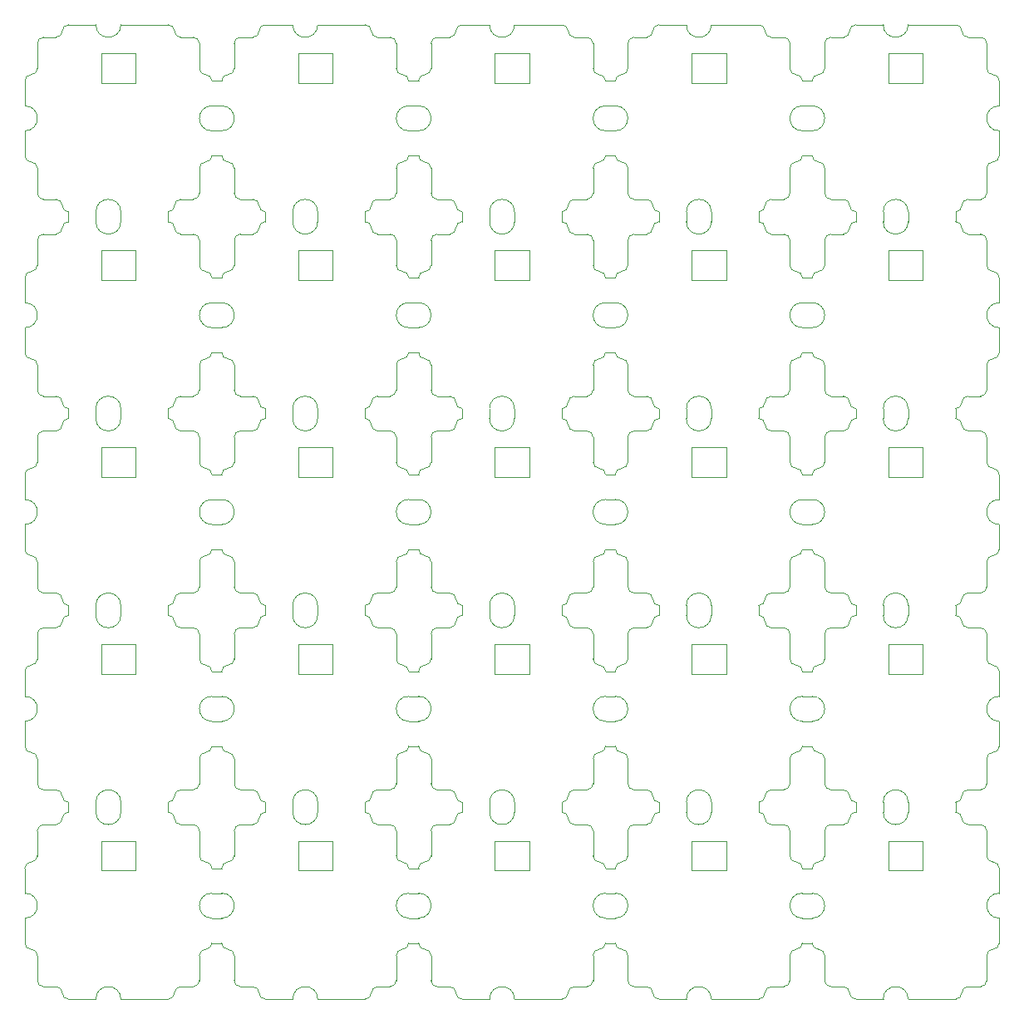
<source format=gm1>
G04 #@! TF.GenerationSoftware,KiCad,Pcbnew,(6.0.4-0)*
G04 #@! TF.CreationDate,2022-05-03T13:04:24-07:00*
G04 #@! TF.ProjectId,amoeba-king,616d6f65-6261-42d6-9b69-6e672e6b6963,rev?*
G04 #@! TF.SameCoordinates,Original*
G04 #@! TF.FileFunction,Profile,NP*
%FSLAX46Y46*%
G04 Gerber Fmt 4.6, Leading zero omitted, Abs format (unit mm)*
G04 Created by KiCad (PCBNEW (6.0.4-0)) date 2022-05-03 13:04:24*
%MOMM*%
%LPD*%
G01*
G04 APERTURE LIST*
G04 #@! TA.AperFunction,Profile*
%ADD10C,0.100000*%
G04 #@! TD*
G04 APERTURE END LIST*
D10*
X155885000Y-238331000D02*
X155885000Y-239331000D01*
X135835000Y-238331000D02*
X135835000Y-239331000D01*
X115785000Y-238331000D02*
X115785000Y-239331000D01*
X95735000Y-238331000D02*
X95735000Y-239331000D01*
X75685000Y-238331000D02*
X75685000Y-239331000D01*
X155885000Y-218281000D02*
X155885000Y-219281000D01*
X135835000Y-218281000D02*
X135835000Y-219281000D01*
X115785000Y-218281000D02*
X115785000Y-219281000D01*
X95735000Y-218281000D02*
X95735000Y-219281000D01*
X75685000Y-218281000D02*
X75685000Y-219281000D01*
X155885000Y-198231000D02*
X155885000Y-199231000D01*
X135835000Y-198231000D02*
X135835000Y-199231000D01*
X115785000Y-198231000D02*
X115785000Y-199231000D01*
X95735000Y-198231000D02*
X95735000Y-199231000D01*
X75685000Y-198231000D02*
X75685000Y-199231000D01*
X155885000Y-178181000D02*
X155885000Y-179181000D01*
X135835000Y-178181000D02*
X135835000Y-179181000D01*
X115785000Y-178181000D02*
X115785000Y-179181000D01*
X95735000Y-178181000D02*
X95735000Y-179181000D01*
X75685000Y-178181000D02*
X75685000Y-179181000D01*
X153345000Y-238331000D02*
X153345000Y-239331000D01*
X133295000Y-238331000D02*
X133295000Y-239331000D01*
X113245000Y-238331000D02*
X113245000Y-239331000D01*
X93195000Y-238331000D02*
X93195000Y-239331000D01*
X73145000Y-238331000D02*
X73145000Y-239331000D01*
X153345000Y-218281000D02*
X153345000Y-219281000D01*
X133295000Y-218281000D02*
X133295000Y-219281000D01*
X113245000Y-218281000D02*
X113245000Y-219281000D01*
X93195000Y-218281000D02*
X93195000Y-219281000D01*
X73145000Y-218281000D02*
X73145000Y-219281000D01*
X153345000Y-198231000D02*
X153345000Y-199231000D01*
X133295000Y-198231000D02*
X133295000Y-199231000D01*
X113245000Y-198231000D02*
X113245000Y-199231000D01*
X93195000Y-198231000D02*
X93195000Y-199231000D01*
X73145000Y-198231000D02*
X73145000Y-199231000D01*
X153345000Y-178181000D02*
X153345000Y-179181000D01*
X133295000Y-178181000D02*
X133295000Y-179181000D01*
X113245000Y-178181000D02*
X113245000Y-179181000D01*
X93195000Y-178181000D02*
X93195000Y-179181000D01*
X73145000Y-178181000D02*
X73145000Y-179181000D01*
X145113000Y-250126000D02*
X146113000Y-250126000D01*
X145113000Y-247586000D02*
X146113000Y-247586000D01*
X125063000Y-250126000D02*
X126063000Y-250126000D01*
X125063000Y-247586000D02*
X126063000Y-247586000D01*
X105013000Y-250126000D02*
X106013000Y-250126000D01*
X105013000Y-247586000D02*
X106013000Y-247586000D01*
X84963000Y-250126000D02*
X85963000Y-250126000D01*
X84963000Y-247586000D02*
X85963000Y-247586000D01*
X145113000Y-230076000D02*
X146113000Y-230076000D01*
X145113000Y-227536000D02*
X146113000Y-227536000D01*
X125063000Y-230076000D02*
X126063000Y-230076000D01*
X125063000Y-227536000D02*
X126063000Y-227536000D01*
X105013000Y-230076000D02*
X106013000Y-230076000D01*
X105013000Y-227536000D02*
X106013000Y-227536000D01*
X84963000Y-230076000D02*
X85963000Y-230076000D01*
X84963000Y-227536000D02*
X85963000Y-227536000D01*
X145113000Y-210026000D02*
X146113000Y-210026000D01*
X145113000Y-207486000D02*
X146113000Y-207486000D01*
X125063000Y-210026000D02*
X126063000Y-210026000D01*
X125063000Y-207486000D02*
X126063000Y-207486000D01*
X105013000Y-210026000D02*
X106013000Y-210026000D01*
X105013000Y-207486000D02*
X106013000Y-207486000D01*
X84963000Y-210026000D02*
X85963000Y-210026000D01*
X84963000Y-207486000D02*
X85963000Y-207486000D01*
X145113000Y-189976000D02*
X146113000Y-189976000D01*
X145113000Y-187436000D02*
X146113000Y-187436000D01*
X125063000Y-189976000D02*
X126063000Y-189976000D01*
X125063000Y-187436000D02*
X126063000Y-187436000D01*
X105013000Y-189976000D02*
X106013000Y-189976000D01*
X105013000Y-187436000D02*
X106013000Y-187436000D01*
X84963000Y-189976000D02*
X85963000Y-189976000D01*
X84963000Y-187436000D02*
X85963000Y-187436000D01*
X145113000Y-169926000D02*
X146113000Y-169926000D01*
X145113000Y-167386000D02*
X146113000Y-167386000D01*
X125063000Y-169926000D02*
X126063000Y-169926000D01*
X125063000Y-167386000D02*
X126063000Y-167386000D01*
X105013000Y-169926000D02*
X106013000Y-169926000D01*
X105013000Y-167386000D02*
X106013000Y-167386000D01*
X84963000Y-169926000D02*
X85963000Y-169926000D01*
X84963000Y-167386000D02*
X85963000Y-167386000D01*
X83058000Y-176911000D02*
X81788000Y-176911000D01*
X73687000Y-162065500D02*
X73687000Y-165086500D01*
X73687000Y-165086500D02*
X77189000Y-165086500D01*
X77189000Y-165086500D02*
X77189000Y-162065500D01*
X77189000Y-162065500D02*
X73687000Y-162065500D01*
X81788000Y-160401000D02*
X83058000Y-160401000D01*
X83693000Y-161036000D02*
X83693000Y-163576000D01*
X67818000Y-160401000D02*
X69088000Y-160401000D01*
X67183000Y-161036000D02*
X67183000Y-163576000D01*
X67183000Y-173736000D02*
X67183000Y-176276000D01*
X67818000Y-176911000D02*
X69088000Y-176911000D01*
X83693000Y-176276000D02*
X83693000Y-173736000D01*
X73145000Y-159131000D02*
G75*
G03*
X75685000Y-159131000I1270000J0D01*
G01*
X75685000Y-178181000D02*
G75*
G03*
X73145000Y-178181000I-1270000J0D01*
G01*
X86598000Y-164211000D02*
G75*
G03*
X87233000Y-163576000I0J635000D01*
G01*
X69723000Y-217646000D02*
G75*
G03*
X70358000Y-218281000I635000J0D01*
G01*
X143208000Y-217011000D02*
X141938000Y-217011000D01*
X109823000Y-177546000D02*
G75*
G03*
X110458000Y-178181000I635000J0D01*
G01*
X87233000Y-193786000D02*
X87233000Y-196326000D01*
X145113000Y-204946000D02*
X146113000Y-204946000D01*
X70358000Y-159131000D02*
X71475000Y-159131000D01*
X69088000Y-200501000D02*
G75*
G03*
X69723000Y-199866000I0J635000D01*
G01*
X165163000Y-245046000D02*
G75*
G03*
X164528000Y-244411000I-635000J0D01*
G01*
X84328000Y-213201000D02*
G75*
G03*
X83693000Y-213836000I0J-635000D01*
G01*
X107283000Y-213836000D02*
G75*
G03*
X106648000Y-213201000I-635000J0D01*
G01*
X106013000Y-212566000D02*
G75*
G03*
X106648000Y-213201000I635000J0D01*
G01*
X148018000Y-180451000D02*
X149288000Y-180451000D01*
X129873000Y-257746000D02*
G75*
G03*
X130508000Y-258381000I635000J0D01*
G01*
X89138000Y-200501000D02*
G75*
G03*
X89773000Y-199866000I0J635000D01*
G01*
X93195000Y-159131000D02*
G75*
G03*
X95735000Y-159131000I1270000J0D01*
G01*
X141303000Y-179816000D02*
G75*
G03*
X140668000Y-179181000I-635000J0D01*
G01*
X127968000Y-180451000D02*
X129238000Y-180451000D01*
X67183000Y-193786000D02*
G75*
G03*
X66548000Y-193151000I-635000J0D01*
G01*
X144478000Y-173101000D02*
G75*
G03*
X145113000Y-172466000I0J635000D01*
G01*
X150558000Y-258381000D02*
X151675000Y-258381000D01*
X81788000Y-200501000D02*
X83058000Y-200501000D01*
X115785000Y-198231000D02*
G75*
G03*
X113245000Y-198231000I-1270000J0D01*
G01*
X93737000Y-222215500D02*
X93737000Y-225236500D01*
X105013000Y-184896000D02*
G75*
G03*
X104378000Y-184261000I-635000J0D01*
G01*
X146113000Y-212566000D02*
G75*
G03*
X146748000Y-213201000I635000J0D01*
G01*
X107918000Y-180451000D02*
X109188000Y-180451000D01*
X93737000Y-182115500D02*
X93737000Y-185136500D01*
X84328000Y-173101000D02*
G75*
G03*
X84963000Y-172466000I0J635000D01*
G01*
X69723000Y-177546000D02*
G75*
G03*
X70358000Y-178181000I635000J0D01*
G01*
X133837000Y-245286500D02*
X137339000Y-245286500D01*
X80518000Y-238331000D02*
G75*
G03*
X81153000Y-237696000I0J635000D01*
G01*
X103108000Y-257111000D02*
X101838000Y-257111000D01*
X103743000Y-236426000D02*
X103743000Y-233886000D01*
X109823000Y-237696000D02*
G75*
G03*
X109188000Y-237061000I-635000J0D01*
G01*
X100568000Y-198231000D02*
G75*
G03*
X101203000Y-197596000I0J635000D01*
G01*
X149923000Y-197596000D02*
G75*
G03*
X150558000Y-198231000I635000J0D01*
G01*
X163893000Y-221186000D02*
X163893000Y-223726000D01*
X106648000Y-204311000D02*
G75*
G03*
X106013000Y-204946000I0J-635000D01*
G01*
X145113000Y-164846000D02*
G75*
G03*
X144478000Y-164211000I-635000J0D01*
G01*
X109188000Y-180451000D02*
G75*
G03*
X109823000Y-179816000I0J635000D01*
G01*
X95735000Y-159131000D02*
X99625000Y-159131000D01*
X125063000Y-245046000D02*
X126063000Y-245046000D01*
X65913000Y-207486000D02*
X65913000Y-206075000D01*
X104378000Y-213201000D02*
G75*
G03*
X103743000Y-213836000I0J-635000D01*
G01*
X115785000Y-159131000D02*
X119675000Y-159131000D01*
X113787000Y-205186500D02*
X117289000Y-205186500D01*
X103743000Y-241236000D02*
G75*
G03*
X103108000Y-240601000I-635000J0D01*
G01*
X125063000Y-172466000D02*
X126063000Y-172466000D01*
X104378000Y-173101000D02*
G75*
G03*
X103743000Y-173736000I0J-635000D01*
G01*
X67183000Y-213836000D02*
X67183000Y-216376000D01*
X145113000Y-247586000D02*
G75*
G03*
X145113000Y-250126000I0J-1270000D01*
G01*
X100568000Y-218281000D02*
X100568000Y-219281000D01*
X109823000Y-177546000D02*
G75*
G03*
X109188000Y-176911000I-635000J0D01*
G01*
X165163000Y-224996000D02*
X165175000Y-226125000D01*
X123793000Y-201136000D02*
G75*
G03*
X123158000Y-200501000I-635000J0D01*
G01*
X107283000Y-233886000D02*
G75*
G03*
X106648000Y-233251000I-635000J0D01*
G01*
X65913000Y-187436000D02*
X65913000Y-186025000D01*
X106013000Y-210026000D02*
G75*
G03*
X106013000Y-207486000I0J1270000D01*
G01*
X87233000Y-256476000D02*
G75*
G03*
X87868000Y-257111000I635000J0D01*
G01*
X140668000Y-198231000D02*
G75*
G03*
X141303000Y-197596000I0J635000D01*
G01*
X103108000Y-217011000D02*
X101838000Y-217011000D01*
X105013000Y-164846000D02*
X106013000Y-164846000D01*
X126698000Y-224361000D02*
G75*
G03*
X127333000Y-223726000I0J635000D01*
G01*
X137339000Y-245286500D02*
X137339000Y-242265500D01*
X106648000Y-184261000D02*
G75*
G03*
X106013000Y-184896000I0J-635000D01*
G01*
X84963000Y-204946000D02*
G75*
G03*
X84328000Y-204311000I-635000J0D01*
G01*
X153887000Y-205186500D02*
X157389000Y-205186500D01*
X121888000Y-196961000D02*
G75*
G03*
X121253000Y-197596000I0J-635000D01*
G01*
X163893000Y-256476000D02*
X163893000Y-253936000D01*
X161353000Y-239966000D02*
G75*
G03*
X161988000Y-240601000I635000J0D01*
G01*
X148018000Y-176911000D02*
X149288000Y-176911000D01*
X165163000Y-250126000D02*
X165175000Y-251575000D01*
X123793000Y-181086000D02*
G75*
G03*
X123158000Y-180451000I-635000J0D01*
G01*
X143208000Y-237061000D02*
G75*
G03*
X143843000Y-236426000I0J635000D01*
G01*
X84963000Y-167386000D02*
G75*
G03*
X84963000Y-169926000I0J-1270000D01*
G01*
X83693000Y-201136000D02*
X83693000Y-203676000D01*
X89773000Y-197596000D02*
G75*
G03*
X90408000Y-198231000I635000J0D01*
G01*
X165163000Y-167386000D02*
G75*
G03*
X165163000Y-169926000I0J-1270000D01*
G01*
X153887000Y-165086500D02*
X157389000Y-165086500D01*
X84963000Y-224996000D02*
G75*
G03*
X84328000Y-224361000I-635000J0D01*
G01*
X130508000Y-179181000D02*
G75*
G03*
X129873000Y-179816000I0J-635000D01*
G01*
X127968000Y-220551000D02*
G75*
G03*
X127333000Y-221186000I0J-635000D01*
G01*
X113787000Y-162065500D02*
X113787000Y-165086500D01*
X157389000Y-242265500D02*
X153887000Y-242265500D01*
X109188000Y-200501000D02*
G75*
G03*
X109823000Y-199866000I0J635000D01*
G01*
X130508000Y-258381000D02*
X131625000Y-258381000D01*
X123793000Y-161036000D02*
X123793000Y-163576000D01*
X84963000Y-212566000D02*
X85963000Y-212566000D01*
X65913000Y-206075000D02*
X65913000Y-204946000D01*
X163258000Y-176911000D02*
G75*
G03*
X163893000Y-176276000I0J635000D01*
G01*
X160718000Y-218281000D02*
G75*
G03*
X161353000Y-217646000I0J635000D01*
G01*
X86598000Y-204311000D02*
G75*
G03*
X87233000Y-203676000I0J635000D01*
G01*
X141938000Y-176911000D02*
G75*
G03*
X141303000Y-177546000I0J-635000D01*
G01*
X164528000Y-173101000D02*
G75*
G03*
X165163000Y-172466000I0J635000D01*
G01*
X121888000Y-176911000D02*
G75*
G03*
X121253000Y-177546000I0J-635000D01*
G01*
X69723000Y-257746000D02*
G75*
G03*
X70358000Y-258381000I635000J0D01*
G01*
X133837000Y-182115500D02*
X133837000Y-185136500D01*
X107283000Y-196326000D02*
G75*
G03*
X107918000Y-196961000I635000J0D01*
G01*
X157389000Y-182115500D02*
X153887000Y-182115500D01*
X123793000Y-223726000D02*
G75*
G03*
X124428000Y-224361000I635000J0D01*
G01*
X129873000Y-217646000D02*
G75*
G03*
X129238000Y-217011000I-635000J0D01*
G01*
X81788000Y-240601000D02*
X83058000Y-240601000D01*
X109188000Y-220551000D02*
G75*
G03*
X109823000Y-219916000I0J635000D01*
G01*
X149923000Y-237696000D02*
G75*
G03*
X149288000Y-237061000I-635000J0D01*
G01*
X65913000Y-226125000D02*
X65913000Y-224996000D01*
X130508000Y-219281000D02*
G75*
G03*
X129873000Y-219916000I0J-635000D01*
G01*
X127333000Y-213836000D02*
G75*
G03*
X126698000Y-213201000I-635000J0D01*
G01*
X163893000Y-181086000D02*
G75*
G03*
X163258000Y-180451000I-635000J0D01*
G01*
X147383000Y-213836000D02*
X147383000Y-216376000D01*
X84328000Y-193151000D02*
G75*
G03*
X84963000Y-192516000I0J635000D01*
G01*
X100568000Y-178181000D02*
G75*
G03*
X101203000Y-177546000I0J635000D01*
G01*
X163258000Y-196961000D02*
X161988000Y-196961000D01*
X124428000Y-193151000D02*
G75*
G03*
X123793000Y-193786000I0J-635000D01*
G01*
X80518000Y-159131000D02*
X79575000Y-159131000D01*
X143843000Y-201136000D02*
G75*
G03*
X143208000Y-200501000I-635000J0D01*
G01*
X83693000Y-256476000D02*
X83693000Y-253936000D01*
X145113000Y-245046000D02*
X146113000Y-245046000D01*
X153887000Y-202165500D02*
X153887000Y-205186500D01*
X69723000Y-237696000D02*
G75*
G03*
X70358000Y-238331000I635000J0D01*
G01*
X148018000Y-220551000D02*
X149288000Y-220551000D01*
X140668000Y-258381000D02*
X139725000Y-258375000D01*
X126698000Y-204311000D02*
G75*
G03*
X127333000Y-203676000I0J635000D01*
G01*
X65913000Y-232616000D02*
G75*
G03*
X66548000Y-233251000I635000J0D01*
G01*
X110458000Y-179181000D02*
G75*
G03*
X109823000Y-179816000I0J-635000D01*
G01*
X65913000Y-210026000D02*
G75*
G03*
X65913000Y-207486000I0J1270000D01*
G01*
X141938000Y-200501000D02*
X143208000Y-200501000D01*
X95735000Y-218281000D02*
G75*
G03*
X93195000Y-218281000I-1270000J0D01*
G01*
X161353000Y-179816000D02*
G75*
G03*
X160718000Y-179181000I-635000J0D01*
G01*
X157389000Y-205186500D02*
X157389000Y-202165500D01*
X143208000Y-196961000D02*
X141938000Y-196961000D01*
X153887000Y-182115500D02*
X153887000Y-185136500D01*
X123793000Y-243776000D02*
G75*
G03*
X124428000Y-244411000I635000J0D01*
G01*
X146748000Y-244411000D02*
G75*
G03*
X146113000Y-245046000I0J-635000D01*
G01*
X101203000Y-239966000D02*
G75*
G03*
X101838000Y-240601000I635000J0D01*
G01*
X67183000Y-193786000D02*
X67183000Y-196326000D01*
X126063000Y-232616000D02*
G75*
G03*
X126698000Y-233251000I635000J0D01*
G01*
X86598000Y-164211000D02*
G75*
G03*
X85963000Y-164846000I0J-635000D01*
G01*
X103108000Y-176911000D02*
G75*
G03*
X103743000Y-176276000I0J635000D01*
G01*
X90408000Y-218281000D02*
X90408000Y-219281000D01*
X67818000Y-220551000D02*
G75*
G03*
X67183000Y-221186000I0J-635000D01*
G01*
X73145000Y-239331000D02*
G75*
G03*
X75685000Y-239331000I1270000J0D01*
G01*
X77189000Y-185136500D02*
X77189000Y-182115500D01*
X91525000Y-159131000D02*
X93195000Y-159131000D01*
X107283000Y-193786000D02*
X107283000Y-196326000D01*
X106648000Y-164211000D02*
G75*
G03*
X107283000Y-163576000I0J635000D01*
G01*
X107918000Y-217011000D02*
X109188000Y-217011000D01*
X73145000Y-219281000D02*
G75*
G03*
X75685000Y-219281000I1270000J0D01*
G01*
X144478000Y-193151000D02*
G75*
G03*
X145113000Y-192516000I0J635000D01*
G01*
X87868000Y-240601000D02*
G75*
G03*
X87233000Y-241236000I0J-635000D01*
G01*
X77189000Y-225236500D02*
X77189000Y-222215500D01*
X86598000Y-244411000D02*
G75*
G03*
X85963000Y-245046000I0J-635000D01*
G01*
X65913000Y-247586000D02*
X65913000Y-246175000D01*
X93737000Y-162065500D02*
X93737000Y-165086500D01*
X123793000Y-221186000D02*
G75*
G03*
X123158000Y-220551000I-635000J0D01*
G01*
X101203000Y-239966000D02*
G75*
G03*
X100568000Y-239331000I-635000J0D01*
G01*
X124428000Y-233251000D02*
G75*
G03*
X123793000Y-233886000I0J-635000D01*
G01*
X145113000Y-224996000D02*
X146113000Y-224996000D01*
X127333000Y-253936000D02*
X127333000Y-256476000D01*
X95735000Y-178181000D02*
G75*
G03*
X93195000Y-178181000I-1270000J0D01*
G01*
X150558000Y-159131000D02*
G75*
G03*
X149923000Y-159766000I0J-635000D01*
G01*
X87233000Y-193786000D02*
G75*
G03*
X86598000Y-193151000I-635000J0D01*
G01*
X65913000Y-252666000D02*
G75*
G03*
X66548000Y-253301000I635000J0D01*
G01*
X141938000Y-217011000D02*
G75*
G03*
X141303000Y-217646000I0J-635000D01*
G01*
X103743000Y-161036000D02*
G75*
G03*
X103108000Y-160401000I-635000J0D01*
G01*
X97239000Y-165086500D02*
X97239000Y-162065500D01*
X153345000Y-199231000D02*
G75*
G03*
X155885000Y-199231000I1270000J0D01*
G01*
X155885000Y-258381000D02*
G75*
G03*
X153345000Y-258381000I-1270000J0D01*
G01*
X130508000Y-159131000D02*
X131625000Y-159131000D01*
X127333000Y-241236000D02*
X127333000Y-243776000D01*
X121253000Y-179816000D02*
G75*
G03*
X121888000Y-180451000I635000J0D01*
G01*
X127968000Y-160401000D02*
X129238000Y-160401000D01*
X141938000Y-240601000D02*
X143208000Y-240601000D01*
X126698000Y-164211000D02*
G75*
G03*
X126063000Y-164846000I0J-635000D01*
G01*
X80518000Y-178181000D02*
G75*
G03*
X81153000Y-177546000I0J635000D01*
G01*
X110458000Y-198231000D02*
X110458000Y-199231000D01*
X84328000Y-253301000D02*
G75*
G03*
X83693000Y-253936000I0J-635000D01*
G01*
X80518000Y-198231000D02*
X80518000Y-199231000D01*
X105013000Y-164846000D02*
G75*
G03*
X104378000Y-164211000I-635000J0D01*
G01*
X125063000Y-167386000D02*
G75*
G03*
X125063000Y-169926000I0J-1270000D01*
G01*
X89773000Y-217646000D02*
G75*
G03*
X90408000Y-218281000I635000J0D01*
G01*
X120618000Y-178181000D02*
G75*
G03*
X121253000Y-177546000I0J635000D01*
G01*
X133295000Y-219281000D02*
G75*
G03*
X135835000Y-219281000I1270000J0D01*
G01*
X106648000Y-204311000D02*
G75*
G03*
X107283000Y-203676000I0J635000D01*
G01*
X165163000Y-245046000D02*
X165175000Y-246175000D01*
X127333000Y-176276000D02*
G75*
G03*
X127968000Y-176911000I635000J0D01*
G01*
X105013000Y-187436000D02*
G75*
G03*
X105013000Y-189976000I0J-1270000D01*
G01*
X77189000Y-242265500D02*
X73687000Y-242265500D01*
X148018000Y-160401000D02*
X149288000Y-160401000D01*
X165163000Y-204946000D02*
X165175000Y-206075000D01*
X85963000Y-230076000D02*
G75*
G03*
X85963000Y-227536000I0J1270000D01*
G01*
X125063000Y-204946000D02*
X126063000Y-204946000D01*
X80518000Y-258381000D02*
X79575000Y-258375000D01*
X124428000Y-253301000D02*
G75*
G03*
X125063000Y-252666000I0J635000D01*
G01*
X107283000Y-256476000D02*
G75*
G03*
X107918000Y-257111000I635000J0D01*
G01*
X97239000Y-225236500D02*
X97239000Y-222215500D01*
X103108000Y-176911000D02*
X101838000Y-176911000D01*
X90408000Y-239331000D02*
G75*
G03*
X89773000Y-239966000I0J-635000D01*
G01*
X153887000Y-185136500D02*
X157389000Y-185136500D01*
X65913000Y-250126000D02*
G75*
G03*
X65913000Y-247586000I0J1270000D01*
G01*
X104378000Y-253301000D02*
G75*
G03*
X103743000Y-253936000I0J-635000D01*
G01*
X148018000Y-257111000D02*
X149288000Y-257111000D01*
X97239000Y-182115500D02*
X93737000Y-182115500D01*
X87868000Y-160401000D02*
X89138000Y-160401000D01*
X113245000Y-219281000D02*
G75*
G03*
X115785000Y-219281000I1270000J0D01*
G01*
X106013000Y-169926000D02*
G75*
G03*
X106013000Y-167386000I0J1270000D01*
G01*
X125063000Y-247586000D02*
G75*
G03*
X125063000Y-250126000I0J-1270000D01*
G01*
X117289000Y-162065500D02*
X113787000Y-162065500D01*
X143843000Y-243776000D02*
G75*
G03*
X144478000Y-244411000I635000J0D01*
G01*
X67183000Y-176276000D02*
G75*
G03*
X67818000Y-176911000I635000J0D01*
G01*
X70358000Y-218281000D02*
X70358000Y-219281000D01*
X145113000Y-184896000D02*
G75*
G03*
X144478000Y-184261000I-635000J0D01*
G01*
X145113000Y-245046000D02*
G75*
G03*
X144478000Y-244411000I-635000J0D01*
G01*
X141303000Y-219916000D02*
G75*
G03*
X140668000Y-219281000I-635000J0D01*
G01*
X83693000Y-163576000D02*
G75*
G03*
X84328000Y-164211000I635000J0D01*
G01*
X95735000Y-258381000D02*
X99625000Y-258375000D01*
X140668000Y-258381000D02*
G75*
G03*
X141303000Y-257746000I0J635000D01*
G01*
X126698000Y-184261000D02*
G75*
G03*
X127333000Y-183626000I0J635000D01*
G01*
X73145000Y-179181000D02*
G75*
G03*
X75685000Y-179181000I1270000J0D01*
G01*
X117289000Y-182115500D02*
X113787000Y-182115500D01*
X67818000Y-240601000D02*
G75*
G03*
X67183000Y-241236000I0J-635000D01*
G01*
X147383000Y-196326000D02*
G75*
G03*
X148018000Y-196961000I635000J0D01*
G01*
X153345000Y-258381000D02*
X151675000Y-258381000D01*
X66548000Y-224361000D02*
G75*
G03*
X67183000Y-223726000I0J635000D01*
G01*
X133837000Y-185136500D02*
X137339000Y-185136500D01*
X141938000Y-180451000D02*
X143208000Y-180451000D01*
X73687000Y-245286500D02*
X77189000Y-245286500D01*
X103108000Y-217011000D02*
G75*
G03*
X103743000Y-216376000I0J635000D01*
G01*
X143843000Y-161036000D02*
G75*
G03*
X143208000Y-160401000I-635000J0D01*
G01*
X127968000Y-200501000D02*
G75*
G03*
X127333000Y-201136000I0J-635000D01*
G01*
X163258000Y-257111000D02*
X161988000Y-257111000D01*
X85963000Y-169926000D02*
G75*
G03*
X85963000Y-167386000I0J1270000D01*
G01*
X153887000Y-225236500D02*
X157389000Y-225236500D01*
X107283000Y-236426000D02*
G75*
G03*
X107918000Y-237061000I635000J0D01*
G01*
X130508000Y-178181000D02*
X130508000Y-179181000D01*
X130508000Y-218281000D02*
X130508000Y-219281000D01*
X148018000Y-196961000D02*
X149288000Y-196961000D01*
X83058000Y-237061000D02*
X81788000Y-237061000D01*
X146113000Y-172466000D02*
G75*
G03*
X146748000Y-173101000I635000J0D01*
G01*
X140668000Y-198231000D02*
X140668000Y-199231000D01*
X164528000Y-193151000D02*
G75*
G03*
X165163000Y-192516000I0J635000D01*
G01*
X143843000Y-201136000D02*
X143843000Y-203676000D01*
X83058000Y-196961000D02*
X81788000Y-196961000D01*
X163258000Y-196961000D02*
G75*
G03*
X163893000Y-196326000I0J635000D01*
G01*
X161988000Y-220551000D02*
X163258000Y-220551000D01*
X141303000Y-159766000D02*
G75*
G03*
X141938000Y-160401000I635000J0D01*
G01*
X146748000Y-224361000D02*
G75*
G03*
X146113000Y-224996000I0J-635000D01*
G01*
X157389000Y-225236500D02*
X157389000Y-222215500D01*
X67183000Y-181086000D02*
X67183000Y-183626000D01*
X125063000Y-184896000D02*
X126063000Y-184896000D01*
X140668000Y-218281000D02*
G75*
G03*
X141303000Y-217646000I0J635000D01*
G01*
X147383000Y-256476000D02*
G75*
G03*
X148018000Y-257111000I635000J0D01*
G01*
X146748000Y-224361000D02*
G75*
G03*
X147383000Y-223726000I0J635000D01*
G01*
X164528000Y-233251000D02*
G75*
G03*
X163893000Y-233886000I0J-635000D01*
G01*
X150558000Y-199231000D02*
G75*
G03*
X149923000Y-199866000I0J-635000D01*
G01*
X90408000Y-219281000D02*
G75*
G03*
X89773000Y-219916000I0J-635000D01*
G01*
X155885000Y-238331000D02*
G75*
G03*
X153345000Y-238331000I-1270000J0D01*
G01*
X85963000Y-252666000D02*
G75*
G03*
X86598000Y-253301000I635000J0D01*
G01*
X103743000Y-163576000D02*
G75*
G03*
X104378000Y-164211000I635000J0D01*
G01*
X107918000Y-180451000D02*
G75*
G03*
X107283000Y-181086000I0J-635000D01*
G01*
X165163000Y-224996000D02*
G75*
G03*
X164528000Y-224361000I-635000J0D01*
G01*
X165163000Y-210026000D02*
X165175000Y-211475000D01*
X165163000Y-232616000D02*
X165175000Y-231525000D01*
X137339000Y-185136500D02*
X137339000Y-182115500D01*
X146113000Y-192516000D02*
G75*
G03*
X146748000Y-193151000I635000J0D01*
G01*
X165163000Y-164846000D02*
G75*
G03*
X164528000Y-164211000I-635000J0D01*
G01*
X75685000Y-238331000D02*
G75*
G03*
X73145000Y-238331000I-1270000J0D01*
G01*
X143208000Y-257111000D02*
G75*
G03*
X143843000Y-256476000I0J635000D01*
G01*
X107918000Y-240601000D02*
X109188000Y-240601000D01*
X165163000Y-212566000D02*
X165175000Y-211475000D01*
X147383000Y-181086000D02*
X147383000Y-183626000D01*
X121253000Y-219916000D02*
G75*
G03*
X120618000Y-219281000I-635000J0D01*
G01*
X133837000Y-225236500D02*
X137339000Y-225236500D01*
X123793000Y-203676000D02*
G75*
G03*
X124428000Y-204311000I635000J0D01*
G01*
X127333000Y-236426000D02*
G75*
G03*
X127968000Y-237061000I635000J0D01*
G01*
X127333000Y-181086000D02*
X127333000Y-183626000D01*
X121888000Y-200501000D02*
X123158000Y-200501000D01*
X103743000Y-243776000D02*
G75*
G03*
X104378000Y-244411000I635000J0D01*
G01*
X106013000Y-250126000D02*
G75*
G03*
X106013000Y-247586000I0J1270000D01*
G01*
X89138000Y-160401000D02*
G75*
G03*
X89773000Y-159766000I0J635000D01*
G01*
X163893000Y-196326000D02*
X163893000Y-193786000D01*
X107283000Y-221186000D02*
X107283000Y-223726000D01*
X86598000Y-184261000D02*
G75*
G03*
X85963000Y-184896000I0J-635000D01*
G01*
X123793000Y-201136000D02*
X123793000Y-203676000D01*
X70358000Y-239331000D02*
G75*
G03*
X69723000Y-239966000I0J-635000D01*
G01*
X106648000Y-164211000D02*
G75*
G03*
X106013000Y-164846000I0J-635000D01*
G01*
X113787000Y-242265500D02*
X113787000Y-245286500D01*
X104378000Y-173101000D02*
G75*
G03*
X105013000Y-172466000I0J635000D01*
G01*
X146748000Y-204311000D02*
G75*
G03*
X146113000Y-204946000I0J-635000D01*
G01*
X149288000Y-160401000D02*
G75*
G03*
X149923000Y-159766000I0J635000D01*
G01*
X87233000Y-233886000D02*
G75*
G03*
X86598000Y-233251000I-635000J0D01*
G01*
X105013000Y-247586000D02*
G75*
G03*
X105013000Y-250126000I0J-1270000D01*
G01*
X100568000Y-238331000D02*
X100568000Y-239331000D01*
X117289000Y-245286500D02*
X117289000Y-242265500D01*
X103743000Y-221186000D02*
G75*
G03*
X103108000Y-220551000I-635000J0D01*
G01*
X109823000Y-237696000D02*
G75*
G03*
X110458000Y-238331000I635000J0D01*
G01*
X141938000Y-257111000D02*
G75*
G03*
X141303000Y-257746000I0J-635000D01*
G01*
X107283000Y-173736000D02*
G75*
G03*
X106648000Y-173101000I-635000J0D01*
G01*
X147383000Y-253936000D02*
G75*
G03*
X146748000Y-253301000I-635000J0D01*
G01*
X143843000Y-203676000D02*
G75*
G03*
X144478000Y-204311000I635000J0D01*
G01*
X83058000Y-176911000D02*
G75*
G03*
X83693000Y-176276000I0J635000D01*
G01*
X84963000Y-172466000D02*
X85963000Y-172466000D01*
X110458000Y-239331000D02*
G75*
G03*
X109823000Y-239966000I0J-635000D01*
G01*
X89773000Y-197596000D02*
G75*
G03*
X89138000Y-196961000I-635000J0D01*
G01*
X123793000Y-221186000D02*
X123793000Y-223726000D01*
X127968000Y-176911000D02*
X129238000Y-176911000D01*
X69088000Y-240601000D02*
G75*
G03*
X69723000Y-239966000I0J635000D01*
G01*
X84963000Y-184896000D02*
G75*
G03*
X84328000Y-184261000I-635000J0D01*
G01*
X107283000Y-216376000D02*
G75*
G03*
X107918000Y-217011000I635000J0D01*
G01*
X163893000Y-236426000D02*
X163893000Y-233886000D01*
X90408000Y-199231000D02*
G75*
G03*
X89773000Y-199866000I0J-635000D01*
G01*
X126063000Y-210026000D02*
G75*
G03*
X126063000Y-207486000I0J1270000D01*
G01*
X103108000Y-237061000D02*
G75*
G03*
X103743000Y-236426000I0J635000D01*
G01*
X149923000Y-217646000D02*
G75*
G03*
X149288000Y-217011000I-635000J0D01*
G01*
X67818000Y-200501000D02*
G75*
G03*
X67183000Y-201136000I0J-635000D01*
G01*
X86598000Y-244411000D02*
G75*
G03*
X87233000Y-243776000I0J635000D01*
G01*
X135835000Y-159131000D02*
X139725000Y-159131000D01*
X65913000Y-230076000D02*
G75*
G03*
X65913000Y-227536000I0J1270000D01*
G01*
X103108000Y-257111000D02*
G75*
G03*
X103743000Y-256476000I0J635000D01*
G01*
X157389000Y-165086500D02*
X157389000Y-162065500D01*
X161988000Y-180451000D02*
X163258000Y-180451000D01*
X85963000Y-192516000D02*
G75*
G03*
X86598000Y-193151000I635000J0D01*
G01*
X106648000Y-244411000D02*
G75*
G03*
X106013000Y-245046000I0J-635000D01*
G01*
X83693000Y-221186000D02*
G75*
G03*
X83058000Y-220551000I-635000J0D01*
G01*
X143843000Y-216376000D02*
X143843000Y-213836000D01*
X141938000Y-220551000D02*
X143208000Y-220551000D01*
X129873000Y-257746000D02*
G75*
G03*
X129238000Y-257111000I-635000J0D01*
G01*
X146113000Y-230076000D02*
G75*
G03*
X146113000Y-227536000I0J1270000D01*
G01*
X101838000Y-217011000D02*
G75*
G03*
X101203000Y-217646000I0J-635000D01*
G01*
X65913000Y-210026000D02*
X65925000Y-211475000D01*
X89773000Y-257746000D02*
G75*
G03*
X90408000Y-258381000I635000J0D01*
G01*
X126063000Y-192516000D02*
G75*
G03*
X126698000Y-193151000I635000J0D01*
G01*
X87233000Y-253936000D02*
G75*
G03*
X86598000Y-253301000I-635000J0D01*
G01*
X161988000Y-160401000D02*
X163258000Y-160401000D01*
X69723000Y-197596000D02*
G75*
G03*
X70358000Y-198231000I635000J0D01*
G01*
X100568000Y-258381000D02*
G75*
G03*
X101203000Y-257746000I0J635000D01*
G01*
X124428000Y-193151000D02*
G75*
G03*
X125063000Y-192516000I0J635000D01*
G01*
X165163000Y-207486000D02*
G75*
G03*
X165163000Y-210026000I0J-1270000D01*
G01*
X145113000Y-207486000D02*
G75*
G03*
X145113000Y-210026000I0J-1270000D01*
G01*
X103743000Y-181086000D02*
X103743000Y-183626000D01*
X127968000Y-180451000D02*
G75*
G03*
X127333000Y-181086000I0J-635000D01*
G01*
X129238000Y-160401000D02*
G75*
G03*
X129873000Y-159766000I0J635000D01*
G01*
X144478000Y-173101000D02*
G75*
G03*
X143843000Y-173736000I0J-635000D01*
G01*
X70358000Y-179181000D02*
G75*
G03*
X69723000Y-179816000I0J-635000D01*
G01*
X145113000Y-192516000D02*
X146113000Y-192516000D01*
X106013000Y-192516000D02*
G75*
G03*
X106648000Y-193151000I635000J0D01*
G01*
X163893000Y-203676000D02*
G75*
G03*
X164528000Y-204311000I635000J0D01*
G01*
X113245000Y-179181000D02*
G75*
G03*
X115785000Y-179181000I1270000J0D01*
G01*
X120618000Y-258381000D02*
G75*
G03*
X121253000Y-257746000I0J635000D01*
G01*
X146748000Y-164211000D02*
G75*
G03*
X147383000Y-163576000I0J635000D01*
G01*
X127333000Y-161036000D02*
X127333000Y-163576000D01*
X106648000Y-184261000D02*
G75*
G03*
X107283000Y-183626000I0J635000D01*
G01*
X157389000Y-185136500D02*
X157389000Y-182115500D01*
X163258000Y-217011000D02*
G75*
G03*
X163893000Y-216376000I0J635000D01*
G01*
X103108000Y-237061000D02*
X101838000Y-237061000D01*
X127333000Y-201136000D02*
X127333000Y-203676000D01*
X90408000Y-159131000D02*
G75*
G03*
X89773000Y-159766000I0J-635000D01*
G01*
X73687000Y-205186500D02*
X77189000Y-205186500D01*
X113787000Y-202165500D02*
X113787000Y-205186500D01*
X84963000Y-247586000D02*
G75*
G03*
X84963000Y-250126000I0J-1270000D01*
G01*
X83058000Y-217011000D02*
G75*
G03*
X83693000Y-216376000I0J635000D01*
G01*
X143208000Y-237061000D02*
X141938000Y-237061000D01*
X127333000Y-193786000D02*
X127333000Y-196326000D01*
X149923000Y-177546000D02*
G75*
G03*
X149288000Y-176911000I-635000J0D01*
G01*
X127968000Y-196961000D02*
X129238000Y-196961000D01*
X121888000Y-160401000D02*
X123158000Y-160401000D01*
X164528000Y-253301000D02*
G75*
G03*
X165163000Y-252666000I0J635000D01*
G01*
X97239000Y-185136500D02*
X97239000Y-182115500D01*
X107283000Y-213836000D02*
X107283000Y-216376000D01*
X93737000Y-205186500D02*
X97239000Y-205186500D01*
X163258000Y-237061000D02*
G75*
G03*
X163893000Y-236426000I0J635000D01*
G01*
X115785000Y-258381000D02*
G75*
G03*
X113245000Y-258381000I-1270000J0D01*
G01*
X90408000Y-258381000D02*
X91525000Y-258381000D01*
X163893000Y-221186000D02*
G75*
G03*
X163258000Y-220551000I-635000J0D01*
G01*
X141303000Y-239966000D02*
G75*
G03*
X141938000Y-240601000I635000J0D01*
G01*
X69088000Y-180451000D02*
G75*
G03*
X69723000Y-179816000I0J635000D01*
G01*
X67818000Y-180451000D02*
G75*
G03*
X67183000Y-181086000I0J-635000D01*
G01*
X144478000Y-193151000D02*
G75*
G03*
X143843000Y-193786000I0J-635000D01*
G01*
X150558000Y-198231000D02*
X150558000Y-199231000D01*
X67183000Y-221186000D02*
X67183000Y-223726000D01*
X104378000Y-193151000D02*
G75*
G03*
X103743000Y-193786000I0J-635000D01*
G01*
X83693000Y-161036000D02*
G75*
G03*
X83058000Y-160401000I-635000J0D01*
G01*
X126063000Y-169926000D02*
G75*
G03*
X126063000Y-167386000I0J1270000D01*
G01*
X147383000Y-193786000D02*
X147383000Y-196326000D01*
X121888000Y-257111000D02*
G75*
G03*
X121253000Y-257746000I0J-635000D01*
G01*
X107918000Y-237061000D02*
X109188000Y-237061000D01*
X123158000Y-217011000D02*
X121888000Y-217011000D01*
X65913000Y-169926000D02*
G75*
G03*
X65913000Y-167386000I0J1270000D01*
G01*
X145113000Y-204946000D02*
G75*
G03*
X144478000Y-204311000I-635000J0D01*
G01*
X67183000Y-201136000D02*
X67183000Y-203676000D01*
X163893000Y-216376000D02*
X163893000Y-213836000D01*
X121253000Y-159766000D02*
G75*
G03*
X121888000Y-160401000I635000J0D01*
G01*
X148018000Y-237061000D02*
X149288000Y-237061000D01*
X97239000Y-205186500D02*
X97239000Y-202165500D01*
X125063000Y-204946000D02*
G75*
G03*
X124428000Y-204311000I-635000J0D01*
G01*
X163893000Y-241236000D02*
X163893000Y-243776000D01*
X127333000Y-196326000D02*
G75*
G03*
X127968000Y-196961000I635000J0D01*
G01*
X103108000Y-196961000D02*
X101838000Y-196961000D01*
X123793000Y-236426000D02*
X123793000Y-233886000D01*
X109823000Y-217646000D02*
G75*
G03*
X110458000Y-218281000I635000J0D01*
G01*
X125063000Y-187436000D02*
G75*
G03*
X125063000Y-189976000I0J-1270000D01*
G01*
X87233000Y-173736000D02*
X87233000Y-176276000D01*
X125063000Y-252666000D02*
X126063000Y-252666000D01*
X65913000Y-212566000D02*
X65925000Y-211475000D01*
X81153000Y-179816000D02*
G75*
G03*
X81788000Y-180451000I635000J0D01*
G01*
X90408000Y-178181000D02*
X90408000Y-179181000D01*
X157389000Y-202165500D02*
X153887000Y-202165500D01*
X117289000Y-165086500D02*
X117289000Y-162065500D01*
X127968000Y-200501000D02*
X129238000Y-200501000D01*
X90408000Y-179181000D02*
G75*
G03*
X89773000Y-179816000I0J-635000D01*
G01*
X123793000Y-176276000D02*
X123793000Y-173736000D01*
X115785000Y-178181000D02*
G75*
G03*
X113245000Y-178181000I-1270000J0D01*
G01*
X107918000Y-257111000D02*
X109188000Y-257111000D01*
X107918000Y-240601000D02*
G75*
G03*
X107283000Y-241236000I0J-635000D01*
G01*
X83058000Y-237061000D02*
G75*
G03*
X83693000Y-236426000I0J635000D01*
G01*
X127333000Y-213836000D02*
X127333000Y-216376000D01*
X143208000Y-176911000D02*
G75*
G03*
X143843000Y-176276000I0J635000D01*
G01*
X146113000Y-210026000D02*
G75*
G03*
X146113000Y-207486000I0J1270000D01*
G01*
X69723000Y-237696000D02*
G75*
G03*
X69088000Y-237061000I-635000J0D01*
G01*
X165163000Y-247586000D02*
X165175000Y-246175000D01*
X120618000Y-238331000D02*
X120618000Y-239331000D01*
X107918000Y-220551000D02*
G75*
G03*
X107283000Y-221186000I0J-635000D01*
G01*
X83693000Y-181086000D02*
G75*
G03*
X83058000Y-180451000I-635000J0D01*
G01*
X70358000Y-159131000D02*
G75*
G03*
X69723000Y-159766000I0J-635000D01*
G01*
X143843000Y-181086000D02*
X143843000Y-183626000D01*
X147383000Y-201136000D02*
X147383000Y-203676000D01*
X84963000Y-232616000D02*
X85963000Y-232616000D01*
X163258000Y-257111000D02*
G75*
G03*
X163893000Y-256476000I0J635000D01*
G01*
X103743000Y-223726000D02*
G75*
G03*
X104378000Y-224361000I635000J0D01*
G01*
X80518000Y-198231000D02*
G75*
G03*
X81153000Y-197596000I0J635000D01*
G01*
X81153000Y-159766000D02*
G75*
G03*
X80518000Y-159131000I-635000J0D01*
G01*
X104378000Y-253301000D02*
G75*
G03*
X105013000Y-252666000I0J635000D01*
G01*
X147383000Y-233886000D02*
X147383000Y-236426000D01*
X130508000Y-238331000D02*
X130508000Y-239331000D01*
X140668000Y-238331000D02*
G75*
G03*
X141303000Y-237696000I0J635000D01*
G01*
X165163000Y-184896000D02*
G75*
G03*
X164528000Y-184261000I-635000J0D01*
G01*
X83693000Y-196326000D02*
X83693000Y-193786000D01*
X113245000Y-199231000D02*
G75*
G03*
X115785000Y-199231000I1270000J0D01*
G01*
X117289000Y-205186500D02*
X117289000Y-202165500D01*
X121253000Y-199866000D02*
G75*
G03*
X120618000Y-199231000I-635000J0D01*
G01*
X67818000Y-240601000D02*
X69088000Y-240601000D01*
X83058000Y-257111000D02*
G75*
G03*
X83693000Y-256476000I0J635000D01*
G01*
X110458000Y-258381000D02*
X111575000Y-258381000D01*
X165163000Y-172466000D02*
X165175000Y-171375000D01*
X84963000Y-245046000D02*
X85963000Y-245046000D01*
X105013000Y-245046000D02*
G75*
G03*
X104378000Y-244411000I-635000J0D01*
G01*
X165163000Y-169926000D02*
X165175000Y-171375000D01*
X67183000Y-236426000D02*
G75*
G03*
X67818000Y-237061000I635000J0D01*
G01*
X84963000Y-164846000D02*
X85963000Y-164846000D01*
X89138000Y-180451000D02*
G75*
G03*
X89773000Y-179816000I0J635000D01*
G01*
X137339000Y-162065500D02*
X133837000Y-162065500D01*
X153887000Y-162065500D02*
X153887000Y-165086500D01*
X84963000Y-187436000D02*
G75*
G03*
X84963000Y-189976000I0J-1270000D01*
G01*
X81788000Y-220551000D02*
X83058000Y-220551000D01*
X143843000Y-223726000D02*
G75*
G03*
X144478000Y-224361000I635000J0D01*
G01*
X149288000Y-200501000D02*
G75*
G03*
X149923000Y-199866000I0J635000D01*
G01*
X105013000Y-204946000D02*
X106013000Y-204946000D01*
X161988000Y-196961000D02*
G75*
G03*
X161353000Y-197596000I0J-635000D01*
G01*
X83058000Y-196961000D02*
G75*
G03*
X83693000Y-196326000I0J635000D01*
G01*
X126698000Y-244411000D02*
G75*
G03*
X126063000Y-245046000I0J-635000D01*
G01*
X141303000Y-219916000D02*
G75*
G03*
X141938000Y-220551000I635000J0D01*
G01*
X93737000Y-245286500D02*
X97239000Y-245286500D01*
X163258000Y-237061000D02*
X161988000Y-237061000D01*
X81788000Y-257111000D02*
G75*
G03*
X81153000Y-257746000I0J-635000D01*
G01*
X160718000Y-238331000D02*
X160718000Y-239331000D01*
X121888000Y-237061000D02*
G75*
G03*
X121253000Y-237696000I0J-635000D01*
G01*
X147383000Y-213836000D02*
G75*
G03*
X146748000Y-213201000I-635000J0D01*
G01*
X67818000Y-257111000D02*
X69088000Y-257111000D01*
X127333000Y-221186000D02*
X127333000Y-223726000D01*
X107283000Y-253936000D02*
G75*
G03*
X106648000Y-253301000I-635000J0D01*
G01*
X84328000Y-213201000D02*
G75*
G03*
X84963000Y-212566000I0J635000D01*
G01*
X161988000Y-217011000D02*
G75*
G03*
X161353000Y-217646000I0J-635000D01*
G01*
X110458000Y-219281000D02*
G75*
G03*
X109823000Y-219916000I0J-635000D01*
G01*
X133837000Y-242265500D02*
X133837000Y-245286500D01*
X125063000Y-224996000D02*
G75*
G03*
X124428000Y-224361000I-635000J0D01*
G01*
X95735000Y-258381000D02*
G75*
G03*
X93195000Y-258381000I-1270000J0D01*
G01*
X65913000Y-186025000D02*
X65913000Y-184896000D01*
X145113000Y-164846000D02*
X146113000Y-164846000D01*
X148018000Y-200501000D02*
G75*
G03*
X147383000Y-201136000I0J-635000D01*
G01*
X109823000Y-257746000D02*
G75*
G03*
X109188000Y-257111000I-635000J0D01*
G01*
X153345000Y-239331000D02*
G75*
G03*
X155885000Y-239331000I1270000J0D01*
G01*
X155885000Y-218281000D02*
G75*
G03*
X153345000Y-218281000I-1270000J0D01*
G01*
X127333000Y-216376000D02*
G75*
G03*
X127968000Y-217011000I635000J0D01*
G01*
X127968000Y-237061000D02*
X129238000Y-237061000D01*
X160718000Y-178181000D02*
G75*
G03*
X161353000Y-177546000I0J635000D01*
G01*
X66548000Y-184261000D02*
G75*
G03*
X65913000Y-184896000I0J-635000D01*
G01*
X113787000Y-225236500D02*
X117289000Y-225236500D01*
X103743000Y-201136000D02*
G75*
G03*
X103108000Y-200501000I-635000J0D01*
G01*
X137339000Y-182115500D02*
X133837000Y-182115500D01*
X106648000Y-224361000D02*
G75*
G03*
X107283000Y-223726000I0J635000D01*
G01*
X133837000Y-205186500D02*
X137339000Y-205186500D01*
X141938000Y-237061000D02*
G75*
G03*
X141303000Y-237696000I0J-635000D01*
G01*
X125063000Y-224996000D02*
X126063000Y-224996000D01*
X148018000Y-240601000D02*
X149288000Y-240601000D01*
X67818000Y-180451000D02*
X69088000Y-180451000D01*
X125063000Y-164846000D02*
G75*
G03*
X124428000Y-164211000I-635000J0D01*
G01*
X160718000Y-159131000D02*
X159775000Y-159131000D01*
X106013000Y-189976000D02*
G75*
G03*
X106013000Y-187436000I0J1270000D01*
G01*
X106013000Y-230076000D02*
G75*
G03*
X106013000Y-227536000I0J1270000D01*
G01*
X109823000Y-197596000D02*
G75*
G03*
X109188000Y-196961000I-635000J0D01*
G01*
X67183000Y-241236000D02*
X67183000Y-243776000D01*
X160718000Y-258381000D02*
X159775000Y-258375000D01*
X86598000Y-204311000D02*
G75*
G03*
X85963000Y-204946000I0J-635000D01*
G01*
X87233000Y-236426000D02*
G75*
G03*
X87868000Y-237061000I635000J0D01*
G01*
X148018000Y-160401000D02*
G75*
G03*
X147383000Y-161036000I0J-635000D01*
G01*
X103743000Y-196326000D02*
X103743000Y-193786000D01*
X127968000Y-257111000D02*
X129238000Y-257111000D01*
X101838000Y-240601000D02*
X103108000Y-240601000D01*
X73687000Y-242265500D02*
X73687000Y-245286500D01*
X125063000Y-207486000D02*
G75*
G03*
X125063000Y-210026000I0J-1270000D01*
G01*
X105013000Y-172466000D02*
X106013000Y-172466000D01*
X106013000Y-232616000D02*
G75*
G03*
X106648000Y-233251000I635000J0D01*
G01*
X137339000Y-205186500D02*
X137339000Y-202165500D01*
X127968000Y-220551000D02*
X129238000Y-220551000D01*
X161988000Y-176911000D02*
G75*
G03*
X161353000Y-177546000I0J-635000D01*
G01*
X148018000Y-240601000D02*
G75*
G03*
X147383000Y-241236000I0J-635000D01*
G01*
X121253000Y-219916000D02*
G75*
G03*
X121888000Y-220551000I635000J0D01*
G01*
X165163000Y-164846000D02*
X165175000Y-165975000D01*
X163893000Y-163576000D02*
G75*
G03*
X164528000Y-164211000I635000J0D01*
G01*
X70358000Y-258381000D02*
X71475000Y-258381000D01*
X160718000Y-218281000D02*
X160718000Y-219281000D01*
X165163000Y-187436000D02*
X165175000Y-186025000D01*
X84328000Y-233251000D02*
G75*
G03*
X84963000Y-232616000I0J635000D01*
G01*
X146113000Y-189976000D02*
G75*
G03*
X146113000Y-187436000I0J1270000D01*
G01*
X161353000Y-159766000D02*
G75*
G03*
X161988000Y-160401000I635000J0D01*
G01*
X104378000Y-233251000D02*
G75*
G03*
X105013000Y-232616000I0J635000D01*
G01*
X161353000Y-219916000D02*
G75*
G03*
X161988000Y-220551000I635000J0D01*
G01*
X65913000Y-169926000D02*
X65925000Y-171375000D01*
X127333000Y-253936000D02*
G75*
G03*
X126698000Y-253301000I-635000J0D01*
G01*
X69088000Y-160401000D02*
G75*
G03*
X69723000Y-159766000I0J635000D01*
G01*
X129238000Y-200501000D02*
G75*
G03*
X129873000Y-199866000I0J635000D01*
G01*
X67183000Y-253936000D02*
G75*
G03*
X66548000Y-253301000I-635000J0D01*
G01*
X101838000Y-176911000D02*
G75*
G03*
X101203000Y-177546000I0J-635000D01*
G01*
X107283000Y-241236000D02*
X107283000Y-243776000D01*
X126063000Y-252666000D02*
G75*
G03*
X126698000Y-253301000I635000J0D01*
G01*
X65913000Y-189976000D02*
X65925000Y-191425000D01*
X73687000Y-185136500D02*
X77189000Y-185136500D01*
X66548000Y-164211000D02*
G75*
G03*
X67183000Y-163576000I0J635000D01*
G01*
X93737000Y-225236500D02*
X97239000Y-225236500D01*
X67818000Y-196961000D02*
X69088000Y-196961000D01*
X133837000Y-202165500D02*
X133837000Y-205186500D01*
X123793000Y-256476000D02*
X123793000Y-253936000D01*
X105013000Y-227536000D02*
G75*
G03*
X105013000Y-230076000I0J-1270000D01*
G01*
X87233000Y-176276000D02*
G75*
G03*
X87868000Y-176911000I635000J0D01*
G01*
X113245000Y-258381000D02*
X111575000Y-258381000D01*
X109188000Y-160401000D02*
G75*
G03*
X109823000Y-159766000I0J635000D01*
G01*
X83693000Y-223726000D02*
G75*
G03*
X84328000Y-224361000I635000J0D01*
G01*
X97239000Y-162065500D02*
X93737000Y-162065500D01*
X103743000Y-256476000D02*
X103743000Y-253936000D01*
X81788000Y-176911000D02*
G75*
G03*
X81153000Y-177546000I0J-635000D01*
G01*
X149923000Y-237696000D02*
G75*
G03*
X150558000Y-238331000I635000J0D01*
G01*
X67183000Y-253936000D02*
X67183000Y-256476000D01*
X89138000Y-240601000D02*
G75*
G03*
X89773000Y-239966000I0J635000D01*
G01*
X100568000Y-218281000D02*
G75*
G03*
X101203000Y-217646000I0J635000D01*
G01*
X81788000Y-180451000D02*
X83058000Y-180451000D01*
X109823000Y-197596000D02*
G75*
G03*
X110458000Y-198231000I635000J0D01*
G01*
X127968000Y-240601000D02*
G75*
G03*
X127333000Y-241236000I0J-635000D01*
G01*
X137339000Y-225236500D02*
X137339000Y-222215500D01*
X67818000Y-217011000D02*
X69088000Y-217011000D01*
X90408000Y-238331000D02*
X90408000Y-239331000D01*
X107283000Y-161036000D02*
X107283000Y-163576000D01*
X127968000Y-240601000D02*
X129238000Y-240601000D01*
X113245000Y-159131000D02*
G75*
G03*
X115785000Y-159131000I1270000J0D01*
G01*
X126698000Y-184261000D02*
G75*
G03*
X126063000Y-184896000I0J-635000D01*
G01*
X65913000Y-227536000D02*
X65913000Y-226125000D01*
X83693000Y-181086000D02*
X83693000Y-183626000D01*
X69723000Y-177546000D02*
G75*
G03*
X69088000Y-176911000I-635000J0D01*
G01*
X87233000Y-216376000D02*
G75*
G03*
X87868000Y-217011000I635000J0D01*
G01*
X144478000Y-233251000D02*
G75*
G03*
X143843000Y-233886000I0J-635000D01*
G01*
X83693000Y-236426000D02*
X83693000Y-233886000D01*
X87233000Y-213836000D02*
X87233000Y-216376000D01*
X123158000Y-217011000D02*
G75*
G03*
X123793000Y-216376000I0J635000D01*
G01*
X105013000Y-212566000D02*
X106013000Y-212566000D01*
X65913000Y-165975000D02*
X65913000Y-164846000D01*
X161988000Y-240601000D02*
X163258000Y-240601000D01*
X93195000Y-199231000D02*
G75*
G03*
X95735000Y-199231000I1270000J0D01*
G01*
X89773000Y-237696000D02*
G75*
G03*
X89138000Y-237061000I-635000J0D01*
G01*
X141303000Y-159766000D02*
G75*
G03*
X140668000Y-159131000I-635000J0D01*
G01*
X103743000Y-181086000D02*
G75*
G03*
X103108000Y-180451000I-635000J0D01*
G01*
X145113000Y-224996000D02*
G75*
G03*
X144478000Y-224361000I-635000J0D01*
G01*
X127333000Y-233886000D02*
G75*
G03*
X126698000Y-233251000I-635000J0D01*
G01*
X89773000Y-177546000D02*
G75*
G03*
X89138000Y-176911000I-635000J0D01*
G01*
X127968000Y-217011000D02*
X129238000Y-217011000D01*
X125063000Y-164846000D02*
X126063000Y-164846000D01*
X163893000Y-201136000D02*
G75*
G03*
X163258000Y-200501000I-635000J0D01*
G01*
X85963000Y-232616000D02*
G75*
G03*
X86598000Y-233251000I635000J0D01*
G01*
X65913000Y-189976000D02*
G75*
G03*
X65913000Y-187436000I0J1270000D01*
G01*
X87868000Y-180451000D02*
G75*
G03*
X87233000Y-181086000I0J-635000D01*
G01*
X101203000Y-199866000D02*
G75*
G03*
X100568000Y-199231000I-635000J0D01*
G01*
X130508000Y-198231000D02*
X130508000Y-199231000D01*
X86598000Y-224361000D02*
G75*
G03*
X85963000Y-224996000I0J-635000D01*
G01*
X81153000Y-179816000D02*
G75*
G03*
X80518000Y-179181000I-635000J0D01*
G01*
X83693000Y-241236000D02*
X83693000Y-243776000D01*
X105013000Y-224996000D02*
X106013000Y-224996000D01*
X140668000Y-178181000D02*
X140668000Y-179181000D01*
X85963000Y-250126000D02*
G75*
G03*
X85963000Y-247586000I0J1270000D01*
G01*
X129873000Y-217646000D02*
G75*
G03*
X130508000Y-218281000I635000J0D01*
G01*
X123793000Y-196326000D02*
X123793000Y-193786000D01*
X107918000Y-160401000D02*
X109188000Y-160401000D01*
X67183000Y-256476000D02*
G75*
G03*
X67818000Y-257111000I635000J0D01*
G01*
X124428000Y-173101000D02*
G75*
G03*
X123793000Y-173736000I0J-635000D01*
G01*
X67183000Y-216376000D02*
G75*
G03*
X67818000Y-217011000I635000J0D01*
G01*
X143843000Y-221186000D02*
G75*
G03*
X143208000Y-220551000I-635000J0D01*
G01*
X101838000Y-200501000D02*
X103108000Y-200501000D01*
X106648000Y-244411000D02*
G75*
G03*
X107283000Y-243776000I0J635000D01*
G01*
X165163000Y-252666000D02*
X165175000Y-251575000D01*
X124428000Y-173101000D02*
G75*
G03*
X125063000Y-172466000I0J635000D01*
G01*
X107283000Y-233886000D02*
X107283000Y-236426000D01*
X103743000Y-161036000D02*
X103743000Y-163576000D01*
X89773000Y-177546000D02*
G75*
G03*
X90408000Y-178181000I635000J0D01*
G01*
X123793000Y-181086000D02*
X123793000Y-183626000D01*
X89773000Y-257746000D02*
G75*
G03*
X89138000Y-257111000I-635000J0D01*
G01*
X89138000Y-220551000D02*
G75*
G03*
X89773000Y-219916000I0J635000D01*
G01*
X155885000Y-159131000D02*
X159775000Y-159131000D01*
X101203000Y-159766000D02*
G75*
G03*
X100568000Y-159131000I-635000J0D01*
G01*
X143843000Y-176276000D02*
X143843000Y-173736000D01*
X160718000Y-258381000D02*
G75*
G03*
X161353000Y-257746000I0J635000D01*
G01*
X137339000Y-222215500D02*
X133837000Y-222215500D01*
X87868000Y-196961000D02*
X89138000Y-196961000D01*
X84963000Y-184896000D02*
X85963000Y-184896000D01*
X137339000Y-165086500D02*
X137339000Y-162065500D01*
X153887000Y-245286500D02*
X157389000Y-245286500D01*
X83693000Y-241236000D02*
G75*
G03*
X83058000Y-240601000I-635000J0D01*
G01*
X133295000Y-199231000D02*
G75*
G03*
X135835000Y-199231000I1270000J0D01*
G01*
X148018000Y-180451000D02*
G75*
G03*
X147383000Y-181086000I0J-635000D01*
G01*
X87233000Y-221186000D02*
X87233000Y-223726000D01*
X130508000Y-159131000D02*
G75*
G03*
X129873000Y-159766000I0J-635000D01*
G01*
X150558000Y-159131000D02*
X151675000Y-159131000D01*
X84963000Y-224996000D02*
X85963000Y-224996000D01*
X131625000Y-159131000D02*
X133295000Y-159131000D01*
X141303000Y-179816000D02*
G75*
G03*
X141938000Y-180451000I635000J0D01*
G01*
X120618000Y-238331000D02*
G75*
G03*
X121253000Y-237696000I0J635000D01*
G01*
X123158000Y-257111000D02*
X121888000Y-257111000D01*
X163893000Y-183626000D02*
G75*
G03*
X164528000Y-184261000I635000J0D01*
G01*
X84963000Y-252666000D02*
X85963000Y-252666000D01*
X143843000Y-221186000D02*
X143843000Y-223726000D01*
X101838000Y-160401000D02*
X103108000Y-160401000D01*
X110458000Y-159131000D02*
G75*
G03*
X109823000Y-159766000I0J-635000D01*
G01*
X67183000Y-213836000D02*
G75*
G03*
X66548000Y-213201000I-635000J0D01*
G01*
X145113000Y-232616000D02*
X146113000Y-232616000D01*
X67818000Y-160401000D02*
G75*
G03*
X67183000Y-161036000I0J-635000D01*
G01*
X161988000Y-237061000D02*
G75*
G03*
X161353000Y-237696000I0J-635000D01*
G01*
X84328000Y-173101000D02*
G75*
G03*
X83693000Y-173736000I0J-635000D01*
G01*
X106013000Y-172466000D02*
G75*
G03*
X106648000Y-173101000I635000J0D01*
G01*
X141303000Y-199866000D02*
G75*
G03*
X140668000Y-199231000I-635000J0D01*
G01*
X70358000Y-219281000D02*
G75*
G03*
X69723000Y-219916000I0J-635000D01*
G01*
X153887000Y-222215500D02*
X153887000Y-225236500D01*
X113245000Y-239331000D02*
G75*
G03*
X115785000Y-239331000I1270000J0D01*
G01*
X165163000Y-204946000D02*
G75*
G03*
X164528000Y-204311000I-635000J0D01*
G01*
X67183000Y-233886000D02*
X67183000Y-236426000D01*
X65913000Y-250126000D02*
X65925000Y-251575000D01*
X83058000Y-257111000D02*
X81788000Y-257111000D01*
X149923000Y-257746000D02*
G75*
G03*
X150558000Y-258381000I635000J0D01*
G01*
X105013000Y-192516000D02*
X106013000Y-192516000D01*
X123158000Y-176911000D02*
X121888000Y-176911000D01*
X87868000Y-180451000D02*
X89138000Y-180451000D01*
X123793000Y-241236000D02*
X123793000Y-243776000D01*
X83693000Y-201136000D02*
G75*
G03*
X83058000Y-200501000I-635000J0D01*
G01*
X67818000Y-200501000D02*
X69088000Y-200501000D01*
X163893000Y-161036000D02*
G75*
G03*
X163258000Y-160401000I-635000J0D01*
G01*
X81153000Y-199866000D02*
G75*
G03*
X80518000Y-199231000I-635000J0D01*
G01*
X163893000Y-241236000D02*
G75*
G03*
X163258000Y-240601000I-635000J0D01*
G01*
X121888000Y-240601000D02*
X123158000Y-240601000D01*
X67818000Y-237061000D02*
X69088000Y-237061000D01*
X120618000Y-218281000D02*
G75*
G03*
X121253000Y-217646000I0J635000D01*
G01*
X123793000Y-241236000D02*
G75*
G03*
X123158000Y-240601000I-635000J0D01*
G01*
X123158000Y-257111000D02*
G75*
G03*
X123793000Y-256476000I0J635000D01*
G01*
X127333000Y-173736000D02*
G75*
G03*
X126698000Y-173101000I-635000J0D01*
G01*
X149923000Y-217646000D02*
G75*
G03*
X150558000Y-218281000I635000J0D01*
G01*
X101203000Y-179816000D02*
G75*
G03*
X101838000Y-180451000I635000J0D01*
G01*
X149923000Y-177546000D02*
G75*
G03*
X150558000Y-178181000I635000J0D01*
G01*
X81153000Y-239966000D02*
G75*
G03*
X81788000Y-240601000I635000J0D01*
G01*
X161353000Y-219916000D02*
G75*
G03*
X160718000Y-219281000I-635000J0D01*
G01*
X87233000Y-173736000D02*
G75*
G03*
X86598000Y-173101000I-635000J0D01*
G01*
X103743000Y-203676000D02*
G75*
G03*
X104378000Y-204311000I635000J0D01*
G01*
X66548000Y-204311000D02*
G75*
G03*
X67183000Y-203676000I0J635000D01*
G01*
X83693000Y-183626000D02*
G75*
G03*
X84328000Y-184261000I635000J0D01*
G01*
X141938000Y-160401000D02*
X143208000Y-160401000D01*
X161988000Y-200501000D02*
X163258000Y-200501000D01*
X65913000Y-192516000D02*
X65925000Y-191425000D01*
X73687000Y-182115500D02*
X73687000Y-185136500D01*
X133295000Y-159131000D02*
G75*
G03*
X135835000Y-159131000I1270000J0D01*
G01*
X145113000Y-187436000D02*
G75*
G03*
X145113000Y-189976000I0J-1270000D01*
G01*
X160718000Y-238331000D02*
G75*
G03*
X161353000Y-237696000I0J635000D01*
G01*
X121253000Y-199866000D02*
G75*
G03*
X121888000Y-200501000I635000J0D01*
G01*
X107283000Y-181086000D02*
X107283000Y-183626000D01*
X107283000Y-176276000D02*
G75*
G03*
X107918000Y-176911000I635000J0D01*
G01*
X85963000Y-210026000D02*
G75*
G03*
X85963000Y-207486000I0J1270000D01*
G01*
X129873000Y-177546000D02*
G75*
G03*
X130508000Y-178181000I635000J0D01*
G01*
X87233000Y-253936000D02*
X87233000Y-256476000D01*
X165163000Y-230076000D02*
X165175000Y-231525000D01*
X81788000Y-217011000D02*
G75*
G03*
X81153000Y-217646000I0J-635000D01*
G01*
X141938000Y-196961000D02*
G75*
G03*
X141303000Y-197596000I0J-635000D01*
G01*
X87233000Y-161036000D02*
X87233000Y-163576000D01*
X117289000Y-242265500D02*
X113787000Y-242265500D01*
X117289000Y-185136500D02*
X117289000Y-182115500D01*
X165163000Y-227536000D02*
G75*
G03*
X165163000Y-230076000I0J-1270000D01*
G01*
X150558000Y-218281000D02*
X150558000Y-219281000D01*
X144478000Y-213201000D02*
G75*
G03*
X143843000Y-213836000I0J-635000D01*
G01*
X101203000Y-219916000D02*
G75*
G03*
X101838000Y-220551000I635000J0D01*
G01*
X117289000Y-225236500D02*
X117289000Y-222215500D01*
X157389000Y-162065500D02*
X153887000Y-162065500D01*
X120618000Y-198231000D02*
G75*
G03*
X121253000Y-197596000I0J635000D01*
G01*
X113787000Y-245286500D02*
X117289000Y-245286500D01*
X67818000Y-220551000D02*
X69088000Y-220551000D01*
X144478000Y-213201000D02*
G75*
G03*
X145113000Y-212566000I0J635000D01*
G01*
X126063000Y-230076000D02*
G75*
G03*
X126063000Y-227536000I0J1270000D01*
G01*
X127333000Y-173736000D02*
X127333000Y-176276000D01*
X87233000Y-196326000D02*
G75*
G03*
X87868000Y-196961000I635000J0D01*
G01*
X164528000Y-173101000D02*
G75*
G03*
X163893000Y-173736000I0J-635000D01*
G01*
X164528000Y-213201000D02*
G75*
G03*
X163893000Y-213836000I0J-635000D01*
G01*
X133837000Y-162065500D02*
X133837000Y-165086500D01*
X133837000Y-165086500D02*
X137339000Y-165086500D01*
X127333000Y-256476000D02*
G75*
G03*
X127968000Y-257111000I635000J0D01*
G01*
X147383000Y-176276000D02*
G75*
G03*
X148018000Y-176911000I635000J0D01*
G01*
X77189000Y-205186500D02*
X77189000Y-202165500D01*
X103743000Y-183626000D02*
G75*
G03*
X104378000Y-184261000I635000J0D01*
G01*
X110458000Y-178181000D02*
X110458000Y-179181000D01*
X135835000Y-238331000D02*
G75*
G03*
X133295000Y-238331000I-1270000J0D01*
G01*
X124428000Y-233251000D02*
G75*
G03*
X125063000Y-232616000I0J635000D01*
G01*
X67183000Y-196326000D02*
G75*
G03*
X67818000Y-196961000I635000J0D01*
G01*
X143843000Y-241236000D02*
G75*
G03*
X143208000Y-240601000I-635000J0D01*
G01*
X83058000Y-217011000D02*
X81788000Y-217011000D01*
X107283000Y-253936000D02*
X107283000Y-256476000D01*
X87868000Y-160401000D02*
G75*
G03*
X87233000Y-161036000I0J-635000D01*
G01*
X165163000Y-207486000D02*
X165175000Y-206075000D01*
X83693000Y-243776000D02*
G75*
G03*
X84328000Y-244411000I635000J0D01*
G01*
X164528000Y-233251000D02*
G75*
G03*
X165163000Y-232616000I0J635000D01*
G01*
X150558000Y-238331000D02*
X150558000Y-239331000D01*
X129238000Y-180451000D02*
G75*
G03*
X129873000Y-179816000I0J635000D01*
G01*
X101838000Y-220551000D02*
X103108000Y-220551000D01*
X110458000Y-238331000D02*
X110458000Y-239331000D01*
X84328000Y-233251000D02*
G75*
G03*
X83693000Y-233886000I0J-635000D01*
G01*
X67183000Y-233886000D02*
G75*
G03*
X66548000Y-233251000I-635000J0D01*
G01*
X163893000Y-181086000D02*
X163893000Y-183626000D01*
X140668000Y-159131000D02*
X139725000Y-159131000D01*
X141303000Y-239966000D02*
G75*
G03*
X140668000Y-239331000I-635000J0D01*
G01*
X103108000Y-196961000D02*
G75*
G03*
X103743000Y-196326000I0J635000D01*
G01*
X66548000Y-204311000D02*
G75*
G03*
X65913000Y-204946000I0J-635000D01*
G01*
X105013000Y-252666000D02*
X106013000Y-252666000D01*
X123793000Y-163576000D02*
G75*
G03*
X124428000Y-164211000I635000J0D01*
G01*
X93195000Y-219281000D02*
G75*
G03*
X95735000Y-219281000I1270000J0D01*
G01*
X83693000Y-221186000D02*
X83693000Y-223726000D01*
X87868000Y-220551000D02*
G75*
G03*
X87233000Y-221186000I0J-635000D01*
G01*
X93737000Y-185136500D02*
X97239000Y-185136500D01*
X121888000Y-217011000D02*
G75*
G03*
X121253000Y-217646000I0J-635000D01*
G01*
X69723000Y-217646000D02*
G75*
G03*
X69088000Y-217011000I-635000J0D01*
G01*
X150558000Y-179181000D02*
G75*
G03*
X149923000Y-179816000I0J-635000D01*
G01*
X69723000Y-257746000D02*
G75*
G03*
X69088000Y-257111000I-635000J0D01*
G01*
X65913000Y-192516000D02*
G75*
G03*
X66548000Y-193151000I635000J0D01*
G01*
X93737000Y-202165500D02*
X93737000Y-205186500D01*
X75685000Y-198231000D02*
G75*
G03*
X73145000Y-198231000I-1270000J0D01*
G01*
X71475000Y-159131000D02*
X73145000Y-159131000D01*
X107918000Y-160401000D02*
G75*
G03*
X107283000Y-161036000I0J-635000D01*
G01*
X155885000Y-178181000D02*
G75*
G03*
X153345000Y-178181000I-1270000J0D01*
G01*
X117289000Y-202165500D02*
X113787000Y-202165500D01*
X123158000Y-196961000D02*
X121888000Y-196961000D01*
X125063000Y-245046000D02*
G75*
G03*
X124428000Y-244411000I-635000J0D01*
G01*
X84963000Y-204946000D02*
X85963000Y-204946000D01*
X106648000Y-224361000D02*
G75*
G03*
X106013000Y-224996000I0J-635000D01*
G01*
X143843000Y-236426000D02*
X143843000Y-233886000D01*
X65913000Y-172466000D02*
X65925000Y-171375000D01*
X129238000Y-240601000D02*
G75*
G03*
X129873000Y-239966000I0J635000D01*
G01*
X123158000Y-196961000D02*
G75*
G03*
X123793000Y-196326000I0J635000D01*
G01*
X160718000Y-178181000D02*
X160718000Y-179181000D01*
X110458000Y-199231000D02*
G75*
G03*
X109823000Y-199866000I0J-635000D01*
G01*
X145113000Y-167386000D02*
G75*
G03*
X145113000Y-169926000I0J-1270000D01*
G01*
X149923000Y-197596000D02*
G75*
G03*
X149288000Y-196961000I-635000J0D01*
G01*
X70358000Y-199231000D02*
G75*
G03*
X69723000Y-199866000I0J-635000D01*
G01*
X107918000Y-200501000D02*
X109188000Y-200501000D01*
X113787000Y-182115500D02*
X113787000Y-185136500D01*
X83693000Y-216376000D02*
X83693000Y-213836000D01*
X147383000Y-241236000D02*
X147383000Y-243776000D01*
X123793000Y-161036000D02*
G75*
G03*
X123158000Y-160401000I-635000J0D01*
G01*
X147383000Y-161036000D02*
X147383000Y-163576000D01*
X127333000Y-233886000D02*
X127333000Y-236426000D01*
X97239000Y-222215500D02*
X93737000Y-222215500D01*
X84328000Y-193151000D02*
G75*
G03*
X83693000Y-193786000I0J-635000D01*
G01*
X130508000Y-239331000D02*
G75*
G03*
X129873000Y-239966000I0J-635000D01*
G01*
X121888000Y-180451000D02*
X123158000Y-180451000D01*
X87868000Y-220551000D02*
X89138000Y-220551000D01*
X161353000Y-199866000D02*
G75*
G03*
X160718000Y-199231000I-635000J0D01*
G01*
X126063000Y-172466000D02*
G75*
G03*
X126698000Y-173101000I635000J0D01*
G01*
X146748000Y-244411000D02*
G75*
G03*
X147383000Y-243776000I0J635000D01*
G01*
X90408000Y-159131000D02*
X91525000Y-159131000D01*
X66548000Y-244411000D02*
G75*
G03*
X65913000Y-245046000I0J-635000D01*
G01*
X73145000Y-199231000D02*
G75*
G03*
X75685000Y-199231000I1270000J0D01*
G01*
X144478000Y-233251000D02*
G75*
G03*
X145113000Y-232616000I0J635000D01*
G01*
X109823000Y-217646000D02*
G75*
G03*
X109188000Y-217011000I-635000J0D01*
G01*
X65913000Y-246175000D02*
X65913000Y-245046000D01*
X125063000Y-232616000D02*
X126063000Y-232616000D01*
X161353000Y-159766000D02*
G75*
G03*
X160718000Y-159131000I-635000J0D01*
G01*
X113787000Y-222215500D02*
X113787000Y-225236500D01*
X123793000Y-216376000D02*
X123793000Y-213836000D01*
X160718000Y-198231000D02*
G75*
G03*
X161353000Y-197596000I0J635000D01*
G01*
X86598000Y-184261000D02*
G75*
G03*
X87233000Y-183626000I0J635000D01*
G01*
X104378000Y-193151000D02*
G75*
G03*
X105013000Y-192516000I0J635000D01*
G01*
X65913000Y-232616000D02*
X65925000Y-231525000D01*
X93195000Y-179181000D02*
G75*
G03*
X95735000Y-179181000I1270000J0D01*
G01*
X123158000Y-237061000D02*
G75*
G03*
X123793000Y-236426000I0J635000D01*
G01*
X84963000Y-164846000D02*
G75*
G03*
X84328000Y-164211000I-635000J0D01*
G01*
X70358000Y-178181000D02*
X70358000Y-179181000D01*
X77189000Y-245286500D02*
X77189000Y-242265500D01*
X104378000Y-233251000D02*
G75*
G03*
X103743000Y-233886000I0J-635000D01*
G01*
X153887000Y-242265500D02*
X153887000Y-245286500D01*
X87868000Y-217011000D02*
X89138000Y-217011000D01*
X163258000Y-176911000D02*
X161988000Y-176911000D01*
X87233000Y-201136000D02*
X87233000Y-203676000D01*
X150558000Y-178181000D02*
X150558000Y-179181000D01*
X147383000Y-216376000D02*
G75*
G03*
X148018000Y-217011000I635000J0D01*
G01*
X146748000Y-184261000D02*
G75*
G03*
X146113000Y-184896000I0J-635000D01*
G01*
X77189000Y-182115500D02*
X73687000Y-182115500D01*
X133295000Y-258381000D02*
X131625000Y-258381000D01*
X137339000Y-202165500D02*
X133837000Y-202165500D01*
X77189000Y-202165500D02*
X73687000Y-202165500D01*
X121253000Y-159766000D02*
G75*
G03*
X120618000Y-159131000I-635000J0D01*
G01*
X125063000Y-212566000D02*
X126063000Y-212566000D01*
X104378000Y-213201000D02*
G75*
G03*
X105013000Y-212566000I0J635000D01*
G01*
X124428000Y-213201000D02*
G75*
G03*
X125063000Y-212566000I0J635000D01*
G01*
X97239000Y-242265500D02*
X93737000Y-242265500D01*
X155885000Y-258381000D02*
X159775000Y-258375000D01*
X81153000Y-159766000D02*
G75*
G03*
X81788000Y-160401000I635000J0D01*
G01*
X87233000Y-233886000D02*
X87233000Y-236426000D01*
X101203000Y-219916000D02*
G75*
G03*
X100568000Y-219281000I-635000J0D01*
G01*
X80518000Y-218281000D02*
X80518000Y-219281000D01*
X107283000Y-193786000D02*
G75*
G03*
X106648000Y-193151000I-635000J0D01*
G01*
X148018000Y-217011000D02*
X149288000Y-217011000D01*
X135835000Y-218281000D02*
G75*
G03*
X133295000Y-218281000I-1270000J0D01*
G01*
X148018000Y-200501000D02*
X149288000Y-200501000D01*
X65913000Y-212566000D02*
G75*
G03*
X66548000Y-213201000I635000J0D01*
G01*
X163893000Y-223726000D02*
G75*
G03*
X164528000Y-224361000I635000J0D01*
G01*
X69088000Y-220551000D02*
G75*
G03*
X69723000Y-219916000I0J635000D01*
G01*
X129873000Y-237696000D02*
G75*
G03*
X130508000Y-238331000I635000J0D01*
G01*
X143208000Y-257111000D02*
X141938000Y-257111000D01*
X153345000Y-179181000D02*
G75*
G03*
X155885000Y-179181000I1270000J0D01*
G01*
X149923000Y-257746000D02*
G75*
G03*
X149288000Y-257111000I-635000J0D01*
G01*
X164528000Y-213201000D02*
G75*
G03*
X165163000Y-212566000I0J635000D01*
G01*
X93737000Y-165086500D02*
X97239000Y-165086500D01*
X75685000Y-258381000D02*
X79575000Y-258375000D01*
X87868000Y-237061000D02*
X89138000Y-237061000D01*
X133295000Y-179181000D02*
G75*
G03*
X135835000Y-179181000I1270000J0D01*
G01*
X129873000Y-197596000D02*
G75*
G03*
X129238000Y-196961000I-635000J0D01*
G01*
X143843000Y-241236000D02*
X143843000Y-243776000D01*
X107918000Y-196961000D02*
X109188000Y-196961000D01*
X145113000Y-212566000D02*
X146113000Y-212566000D01*
X97239000Y-202165500D02*
X93737000Y-202165500D01*
X143843000Y-163576000D02*
G75*
G03*
X144478000Y-164211000I635000J0D01*
G01*
X143843000Y-196326000D02*
X143843000Y-193786000D01*
X149288000Y-180451000D02*
G75*
G03*
X149923000Y-179816000I0J635000D01*
G01*
X143208000Y-196961000D02*
G75*
G03*
X143843000Y-196326000I0J635000D01*
G01*
X107918000Y-220551000D02*
X109188000Y-220551000D01*
X93195000Y-239331000D02*
G75*
G03*
X95735000Y-239331000I1270000J0D01*
G01*
X146113000Y-250126000D02*
G75*
G03*
X146113000Y-247586000I0J1270000D01*
G01*
X110458000Y-159131000D02*
X111575000Y-159131000D01*
X105013000Y-167386000D02*
G75*
G03*
X105013000Y-169926000I0J-1270000D01*
G01*
X81153000Y-239966000D02*
G75*
G03*
X80518000Y-239331000I-635000J0D01*
G01*
X145113000Y-184896000D02*
X146113000Y-184896000D01*
X123158000Y-237061000D02*
X121888000Y-237061000D01*
X157389000Y-245286500D02*
X157389000Y-242265500D01*
X67183000Y-173736000D02*
G75*
G03*
X66548000Y-173101000I-635000J0D01*
G01*
X81788000Y-196961000D02*
G75*
G03*
X81153000Y-197596000I0J-635000D01*
G01*
X73687000Y-225236500D02*
X77189000Y-225236500D01*
X143208000Y-217011000D02*
G75*
G03*
X143843000Y-216376000I0J635000D01*
G01*
X84963000Y-245046000D02*
G75*
G03*
X84328000Y-244411000I-635000J0D01*
G01*
X93737000Y-242265500D02*
X93737000Y-245286500D01*
X121253000Y-239966000D02*
G75*
G03*
X121888000Y-240601000I635000J0D01*
G01*
X75685000Y-218281000D02*
G75*
G03*
X73145000Y-218281000I-1270000J0D01*
G01*
X126698000Y-224361000D02*
G75*
G03*
X126063000Y-224996000I0J-635000D01*
G01*
X106013000Y-252666000D02*
G75*
G03*
X106648000Y-253301000I635000J0D01*
G01*
X87233000Y-181086000D02*
X87233000Y-183626000D01*
X107283000Y-173736000D02*
X107283000Y-176276000D01*
X93195000Y-258381000D02*
X91525000Y-258381000D01*
X121253000Y-239966000D02*
G75*
G03*
X120618000Y-239331000I-635000J0D01*
G01*
X109188000Y-240601000D02*
G75*
G03*
X109823000Y-239966000I0J635000D01*
G01*
X101203000Y-179816000D02*
G75*
G03*
X100568000Y-179181000I-635000J0D01*
G01*
X150558000Y-239331000D02*
G75*
G03*
X149923000Y-239966000I0J-635000D01*
G01*
X120618000Y-159131000D02*
X119675000Y-159131000D01*
X70358000Y-238331000D02*
X70358000Y-239331000D01*
X107918000Y-200501000D02*
G75*
G03*
X107283000Y-201136000I0J-635000D01*
G01*
X135835000Y-178181000D02*
G75*
G03*
X133295000Y-178181000I-1270000J0D01*
G01*
X141303000Y-199866000D02*
G75*
G03*
X141938000Y-200501000I635000J0D01*
G01*
X163893000Y-201136000D02*
X163893000Y-203676000D01*
X80518000Y-218281000D02*
G75*
G03*
X81153000Y-217646000I0J635000D01*
G01*
X145113000Y-252666000D02*
X146113000Y-252666000D01*
X126698000Y-164211000D02*
G75*
G03*
X127333000Y-163576000I0J635000D01*
G01*
X77189000Y-222215500D02*
X73687000Y-222215500D01*
X123793000Y-183626000D02*
G75*
G03*
X124428000Y-184261000I635000J0D01*
G01*
X163893000Y-161036000D02*
X163893000Y-163576000D01*
X150558000Y-219281000D02*
G75*
G03*
X149923000Y-219916000I0J-635000D01*
G01*
X126063000Y-212566000D02*
G75*
G03*
X126698000Y-213201000I635000J0D01*
G01*
X129873000Y-237696000D02*
G75*
G03*
X129238000Y-237061000I-635000J0D01*
G01*
X103743000Y-241236000D02*
X103743000Y-243776000D01*
X163258000Y-217011000D02*
X161988000Y-217011000D01*
X153345000Y-219281000D02*
G75*
G03*
X155885000Y-219281000I1270000J0D01*
G01*
X129873000Y-177546000D02*
G75*
G03*
X129238000Y-176911000I-635000J0D01*
G01*
X87868000Y-200501000D02*
G75*
G03*
X87233000Y-201136000I0J-635000D01*
G01*
X87868000Y-200501000D02*
X89138000Y-200501000D01*
X90408000Y-198231000D02*
X90408000Y-199231000D01*
X97239000Y-245286500D02*
X97239000Y-242265500D01*
X101838000Y-237061000D02*
G75*
G03*
X101203000Y-237696000I0J-635000D01*
G01*
X66548000Y-244411000D02*
G75*
G03*
X67183000Y-243776000I0J635000D01*
G01*
X85963000Y-172466000D02*
G75*
G03*
X86598000Y-173101000I635000J0D01*
G01*
X81153000Y-199866000D02*
G75*
G03*
X81788000Y-200501000I635000J0D01*
G01*
X100568000Y-238331000D02*
G75*
G03*
X101203000Y-237696000I0J635000D01*
G01*
X65913000Y-230076000D02*
X65925000Y-231525000D01*
X115785000Y-258381000D02*
X119675000Y-258375000D01*
X120618000Y-218281000D02*
X120618000Y-219281000D01*
X105013000Y-224996000D02*
G75*
G03*
X104378000Y-224361000I-635000J0D01*
G01*
X89773000Y-217646000D02*
G75*
G03*
X89138000Y-217011000I-635000J0D01*
G01*
X126063000Y-189976000D02*
G75*
G03*
X126063000Y-187436000I0J1270000D01*
G01*
X101838000Y-180451000D02*
X103108000Y-180451000D01*
X165163000Y-189976000D02*
X165175000Y-191425000D01*
X95735000Y-198231000D02*
G75*
G03*
X93195000Y-198231000I-1270000J0D01*
G01*
X165163000Y-227536000D02*
X165175000Y-226125000D01*
X146113000Y-252666000D02*
G75*
G03*
X146748000Y-253301000I635000J0D01*
G01*
X73687000Y-222215500D02*
X73687000Y-225236500D01*
X153345000Y-159131000D02*
G75*
G03*
X155885000Y-159131000I1270000J0D01*
G01*
X160718000Y-198231000D02*
X160718000Y-199231000D01*
X105013000Y-245046000D02*
X106013000Y-245046000D01*
X107283000Y-201136000D02*
X107283000Y-203676000D01*
X125063000Y-184896000D02*
G75*
G03*
X124428000Y-184261000I-635000J0D01*
G01*
X101203000Y-199866000D02*
G75*
G03*
X101838000Y-200501000I635000J0D01*
G01*
X81153000Y-219916000D02*
G75*
G03*
X81788000Y-220551000I635000J0D01*
G01*
X147383000Y-193786000D02*
G75*
G03*
X146748000Y-193151000I-635000J0D01*
G01*
X86598000Y-224361000D02*
G75*
G03*
X87233000Y-223726000I0J635000D01*
G01*
X84963000Y-227536000D02*
G75*
G03*
X84963000Y-230076000I0J-1270000D01*
G01*
X146113000Y-232616000D02*
G75*
G03*
X146748000Y-233251000I635000J0D01*
G01*
X127968000Y-160401000D02*
G75*
G03*
X127333000Y-161036000I0J-635000D01*
G01*
X163893000Y-176276000D02*
X163893000Y-173736000D01*
X125063000Y-192516000D02*
X126063000Y-192516000D01*
X145113000Y-172466000D02*
X146113000Y-172466000D01*
X126698000Y-244411000D02*
G75*
G03*
X127333000Y-243776000I0J635000D01*
G01*
X66548000Y-224361000D02*
G75*
G03*
X65913000Y-224996000I0J-635000D01*
G01*
X80518000Y-258381000D02*
G75*
G03*
X81153000Y-257746000I0J635000D01*
G01*
X125063000Y-227536000D02*
G75*
G03*
X125063000Y-230076000I0J-1270000D01*
G01*
X84328000Y-253301000D02*
G75*
G03*
X84963000Y-252666000I0J635000D01*
G01*
X135835000Y-198231000D02*
G75*
G03*
X133295000Y-198231000I-1270000J0D01*
G01*
X129873000Y-197596000D02*
G75*
G03*
X130508000Y-198231000I635000J0D01*
G01*
X146748000Y-184261000D02*
G75*
G03*
X147383000Y-183626000I0J635000D01*
G01*
X115785000Y-238331000D02*
G75*
G03*
X113245000Y-238331000I-1270000J0D01*
G01*
X105013000Y-207486000D02*
G75*
G03*
X105013000Y-210026000I0J-1270000D01*
G01*
X84963000Y-192516000D02*
X85963000Y-192516000D01*
X101203000Y-159766000D02*
G75*
G03*
X101838000Y-160401000I635000J0D01*
G01*
X161353000Y-199866000D02*
G75*
G03*
X161988000Y-200501000I635000J0D01*
G01*
X105013000Y-204946000D02*
G75*
G03*
X104378000Y-204311000I-635000J0D01*
G01*
X165163000Y-167386000D02*
X165175000Y-165975000D01*
X75685000Y-258381000D02*
G75*
G03*
X73145000Y-258381000I-1270000J0D01*
G01*
X140668000Y-178181000D02*
G75*
G03*
X141303000Y-177546000I0J635000D01*
G01*
X87868000Y-257111000D02*
X89138000Y-257111000D01*
X113787000Y-185136500D02*
X117289000Y-185136500D01*
X100568000Y-178181000D02*
X100568000Y-179181000D01*
X80518000Y-178181000D02*
X80518000Y-179181000D01*
X110458000Y-218281000D02*
X110458000Y-219281000D01*
X147383000Y-173736000D02*
G75*
G03*
X146748000Y-173101000I-635000J0D01*
G01*
X135835000Y-258381000D02*
X139725000Y-258375000D01*
X157389000Y-222215500D02*
X153887000Y-222215500D01*
X120618000Y-178181000D02*
X120618000Y-179181000D01*
X73687000Y-202165500D02*
X73687000Y-205186500D01*
X109823000Y-257746000D02*
G75*
G03*
X110458000Y-258381000I635000J0D01*
G01*
X147383000Y-253936000D02*
X147383000Y-256476000D01*
X89773000Y-237696000D02*
G75*
G03*
X90408000Y-238331000I635000J0D01*
G01*
X105013000Y-184896000D02*
X106013000Y-184896000D01*
X145113000Y-227536000D02*
G75*
G03*
X145113000Y-230076000I0J-1270000D01*
G01*
X100568000Y-159131000D02*
X99625000Y-159131000D01*
X65913000Y-172466000D02*
G75*
G03*
X66548000Y-173101000I635000J0D01*
G01*
X105013000Y-232616000D02*
X106013000Y-232616000D01*
X127333000Y-193786000D02*
G75*
G03*
X126698000Y-193151000I-635000J0D01*
G01*
X85963000Y-212566000D02*
G75*
G03*
X86598000Y-213201000I635000J0D01*
G01*
X121888000Y-220551000D02*
X123158000Y-220551000D01*
X144478000Y-253301000D02*
G75*
G03*
X143843000Y-253936000I0J-635000D01*
G01*
X149288000Y-220551000D02*
G75*
G03*
X149923000Y-219916000I0J635000D01*
G01*
X146748000Y-204311000D02*
G75*
G03*
X147383000Y-203676000I0J635000D01*
G01*
X107918000Y-176911000D02*
X109188000Y-176911000D01*
X66548000Y-184261000D02*
G75*
G03*
X67183000Y-183626000I0J635000D01*
G01*
X103743000Y-176276000D02*
X103743000Y-173736000D01*
X117289000Y-222215500D02*
X113787000Y-222215500D01*
X65913000Y-167386000D02*
X65913000Y-165975000D01*
X161353000Y-239966000D02*
G75*
G03*
X160718000Y-239331000I-635000J0D01*
G01*
X65913000Y-252666000D02*
X65925000Y-251575000D01*
X133295000Y-239331000D02*
G75*
G03*
X135835000Y-239331000I1270000J0D01*
G01*
X87233000Y-241236000D02*
X87233000Y-243776000D01*
X87868000Y-176911000D02*
X89138000Y-176911000D01*
X143843000Y-161036000D02*
X143843000Y-163576000D01*
X165163000Y-184896000D02*
X165175000Y-186025000D01*
X111575000Y-159131000D02*
X113245000Y-159131000D01*
X143843000Y-181086000D02*
G75*
G03*
X143208000Y-180451000I-635000J0D01*
G01*
X133837000Y-222215500D02*
X133837000Y-225236500D01*
X147383000Y-173736000D02*
X147383000Y-176276000D01*
X66548000Y-164211000D02*
G75*
G03*
X65913000Y-164846000I0J-635000D01*
G01*
X123158000Y-176911000D02*
G75*
G03*
X123793000Y-176276000I0J635000D01*
G01*
X165163000Y-192516000D02*
X165175000Y-191425000D01*
X101838000Y-257111000D02*
G75*
G03*
X101203000Y-257746000I0J-635000D01*
G01*
X140668000Y-218281000D02*
X140668000Y-219281000D01*
X100568000Y-258381000D02*
X99625000Y-258375000D01*
X126698000Y-204311000D02*
G75*
G03*
X126063000Y-204946000I0J-635000D01*
G01*
X84963000Y-207486000D02*
G75*
G03*
X84963000Y-210026000I0J-1270000D01*
G01*
X147383000Y-221186000D02*
X147383000Y-223726000D01*
X155885000Y-198231000D02*
G75*
G03*
X153345000Y-198231000I-1270000J0D01*
G01*
X124428000Y-213201000D02*
G75*
G03*
X123793000Y-213836000I0J-635000D01*
G01*
X149288000Y-240601000D02*
G75*
G03*
X149923000Y-239966000I0J635000D01*
G01*
X69723000Y-197596000D02*
G75*
G03*
X69088000Y-196961000I-635000J0D01*
G01*
X103743000Y-201136000D02*
X103743000Y-203676000D01*
X124428000Y-253301000D02*
G75*
G03*
X123793000Y-253936000I0J-635000D01*
G01*
X70358000Y-198231000D02*
X70358000Y-199231000D01*
X95735000Y-238331000D02*
G75*
G03*
X93195000Y-238331000I-1270000J0D01*
G01*
X146748000Y-164211000D02*
G75*
G03*
X146113000Y-164846000I0J-635000D01*
G01*
X146113000Y-169926000D02*
G75*
G03*
X146113000Y-167386000I0J1270000D01*
G01*
X80518000Y-238331000D02*
X80518000Y-239331000D01*
X151675000Y-159131000D02*
X153345000Y-159131000D01*
X147383000Y-236426000D02*
G75*
G03*
X148018000Y-237061000I635000J0D01*
G01*
X115785000Y-218281000D02*
G75*
G03*
X113245000Y-218281000I-1270000J0D01*
G01*
X140668000Y-238331000D02*
X140668000Y-239331000D01*
X147383000Y-233886000D02*
G75*
G03*
X146748000Y-233251000I-635000J0D01*
G01*
X129238000Y-220551000D02*
G75*
G03*
X129873000Y-219916000I0J635000D01*
G01*
X143843000Y-256476000D02*
X143843000Y-253936000D01*
X81788000Y-237061000D02*
G75*
G03*
X81153000Y-237696000I0J-635000D01*
G01*
X161353000Y-179816000D02*
G75*
G03*
X161988000Y-180451000I635000J0D01*
G01*
X165163000Y-247586000D02*
G75*
G03*
X165163000Y-250126000I0J-1270000D01*
G01*
X130508000Y-199231000D02*
G75*
G03*
X129873000Y-199866000I0J-635000D01*
G01*
X113787000Y-165086500D02*
X117289000Y-165086500D01*
X165163000Y-187436000D02*
G75*
G03*
X165163000Y-189976000I0J-1270000D01*
G01*
X75685000Y-159131000D02*
X79575000Y-159131000D01*
X163893000Y-243776000D02*
G75*
G03*
X164528000Y-244411000I635000J0D01*
G01*
X87233000Y-213836000D02*
G75*
G03*
X86598000Y-213201000I-635000J0D01*
G01*
X73145000Y-258381000D02*
X71475000Y-258381000D01*
X137339000Y-242265500D02*
X133837000Y-242265500D01*
X120618000Y-198231000D02*
X120618000Y-199231000D01*
X148018000Y-220551000D02*
G75*
G03*
X147383000Y-221186000I0J-635000D01*
G01*
X101838000Y-196961000D02*
G75*
G03*
X101203000Y-197596000I0J-635000D01*
G01*
X100568000Y-198231000D02*
X100568000Y-199231000D01*
X103743000Y-216376000D02*
X103743000Y-213836000D01*
X120618000Y-258381000D02*
X119675000Y-258375000D01*
X143208000Y-176911000D02*
X141938000Y-176911000D01*
X144478000Y-253301000D02*
G75*
G03*
X145113000Y-252666000I0J635000D01*
G01*
X164528000Y-253301000D02*
G75*
G03*
X163893000Y-253936000I0J-635000D01*
G01*
X87868000Y-240601000D02*
X89138000Y-240601000D01*
X143843000Y-183626000D02*
G75*
G03*
X144478000Y-184261000I635000J0D01*
G01*
X161988000Y-257111000D02*
G75*
G03*
X161353000Y-257746000I0J-635000D01*
G01*
X164528000Y-193151000D02*
G75*
G03*
X163893000Y-193786000I0J-635000D01*
G01*
X81153000Y-219916000D02*
G75*
G03*
X80518000Y-219281000I-635000J0D01*
G01*
X85963000Y-189976000D02*
G75*
G03*
X85963000Y-187436000I0J1270000D01*
G01*
X103743000Y-221186000D02*
X103743000Y-223726000D01*
X121253000Y-179816000D02*
G75*
G03*
X120618000Y-179181000I-635000J0D01*
G01*
X135835000Y-258381000D02*
G75*
G03*
X133295000Y-258381000I-1270000J0D01*
G01*
X83693000Y-203676000D02*
G75*
G03*
X84328000Y-204311000I635000J0D01*
G01*
X126063000Y-250126000D02*
G75*
G03*
X126063000Y-247586000I0J1270000D01*
G01*
M02*

</source>
